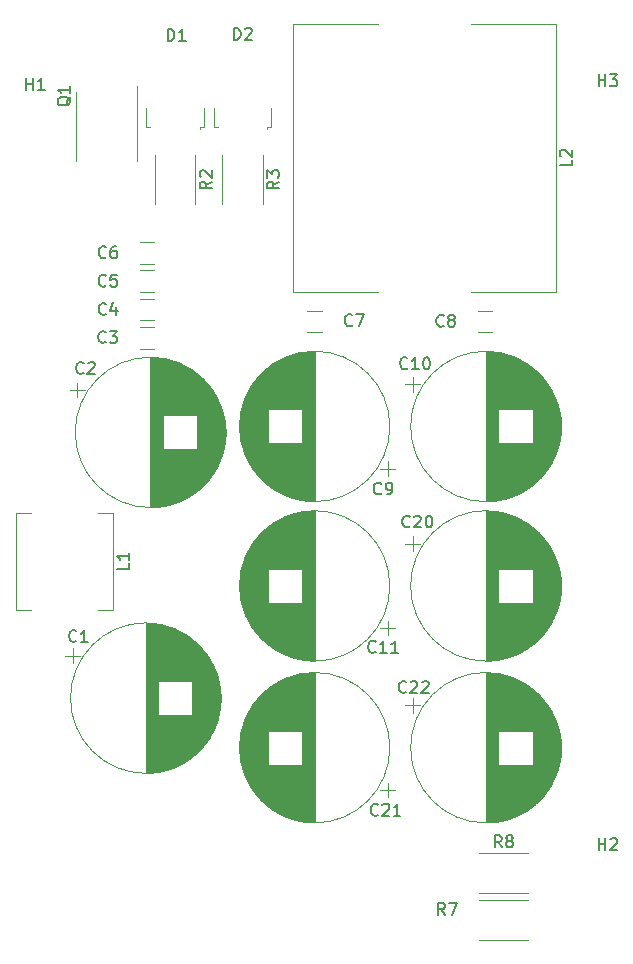
<source format=gbr>
G04 #@! TF.GenerationSoftware,KiCad,Pcbnew,(5.1.2)-2*
G04 #@! TF.CreationDate,2019-10-04T19:12:57-04:00*
G04 #@! TF.ProjectId,High_Current_Buck,48696768-5f43-4757-9272-656e745f4275,rev?*
G04 #@! TF.SameCoordinates,Original*
G04 #@! TF.FileFunction,Legend,Top*
G04 #@! TF.FilePolarity,Positive*
%FSLAX46Y46*%
G04 Gerber Fmt 4.6, Leading zero omitted, Abs format (unit mm)*
G04 Created by KiCad (PCBNEW (5.1.2)-2) date 2019-10-04 19:12:57*
%MOMM*%
%LPD*%
G04 APERTURE LIST*
%ADD10C,0.120000*%
%ADD11C,0.150000*%
G04 APERTURE END LIST*
D10*
X91147936Y-116410000D02*
X95252064Y-116410000D01*
X91147936Y-112990000D02*
X95252064Y-112990000D01*
X91147936Y-120410000D02*
X95252064Y-120410000D01*
X91147936Y-116990000D02*
X95252064Y-116990000D01*
X69390000Y-53947936D02*
X69390000Y-58052064D01*
X72810000Y-53947936D02*
X72810000Y-58052064D01*
X63690000Y-53947936D02*
X63690000Y-58052064D01*
X67110000Y-53947936D02*
X67110000Y-58052064D01*
X57035000Y-48570000D02*
X57035000Y-54460000D01*
X62175000Y-48115000D02*
X62175000Y-54460000D01*
X97600000Y-65500000D02*
X90400000Y-65500000D01*
X97600000Y-42800000D02*
X97600000Y-65500000D01*
X90400000Y-42800000D02*
X97600000Y-42800000D01*
X75400000Y-65500000D02*
X82600000Y-65500000D01*
X75400000Y-42800000D02*
X75400000Y-65500000D01*
X82600000Y-42800000D02*
X75400000Y-42800000D01*
X60100000Y-84220000D02*
X58839500Y-84220000D01*
X60100000Y-92420000D02*
X60100000Y-84220000D01*
X58839500Y-92420000D02*
X60100000Y-92420000D01*
X51900000Y-84220000D02*
X53160500Y-84220000D01*
X51900000Y-92420000D02*
X51900000Y-84220000D01*
X53160500Y-92420000D02*
X51900000Y-92420000D01*
X73200000Y-51740000D02*
X73200000Y-51540000D01*
X68650000Y-49940000D02*
X68650000Y-51540000D01*
X73550000Y-51540000D02*
X73550000Y-49940000D01*
X73200000Y-51540000D02*
X73550000Y-51540000D01*
X68650000Y-51540000D02*
X69000000Y-51540000D01*
X67500000Y-51740000D02*
X67500000Y-51540000D01*
X62950000Y-49940000D02*
X62950000Y-51540000D01*
X67850000Y-51540000D02*
X67850000Y-49940000D01*
X67500000Y-51540000D02*
X67850000Y-51540000D01*
X62950000Y-51540000D02*
X63300000Y-51540000D01*
X85507918Y-99900000D02*
X85507918Y-101150000D01*
X84882918Y-100525000D02*
X86132918Y-100525000D01*
X98061000Y-103783000D02*
X98061000Y-104417000D01*
X98021000Y-103343000D02*
X98021000Y-104857000D01*
X97981000Y-103072000D02*
X97981000Y-105128000D01*
X97941000Y-102859000D02*
X97941000Y-105341000D01*
X97901000Y-102678000D02*
X97901000Y-105522000D01*
X97861000Y-102517000D02*
X97861000Y-105683000D01*
X97821000Y-102372000D02*
X97821000Y-105828000D01*
X97781000Y-102239000D02*
X97781000Y-105961000D01*
X97741000Y-102116000D02*
X97741000Y-106084000D01*
X97701000Y-102000000D02*
X97701000Y-106200000D01*
X97661000Y-101891000D02*
X97661000Y-106309000D01*
X97621000Y-101788000D02*
X97621000Y-106412000D01*
X97581000Y-101690000D02*
X97581000Y-106510000D01*
X97541000Y-101596000D02*
X97541000Y-106604000D01*
X97501000Y-101506000D02*
X97501000Y-106694000D01*
X97461000Y-101419000D02*
X97461000Y-106781000D01*
X97421000Y-101336000D02*
X97421000Y-106864000D01*
X97381000Y-101256000D02*
X97381000Y-106944000D01*
X97341000Y-101179000D02*
X97341000Y-107021000D01*
X97301000Y-101104000D02*
X97301000Y-107096000D01*
X97261000Y-101031000D02*
X97261000Y-107169000D01*
X97221000Y-100960000D02*
X97221000Y-107240000D01*
X97181000Y-100892000D02*
X97181000Y-107308000D01*
X97141000Y-100825000D02*
X97141000Y-107375000D01*
X97101000Y-100761000D02*
X97101000Y-107439000D01*
X97061000Y-100698000D02*
X97061000Y-107502000D01*
X97021000Y-100636000D02*
X97021000Y-107564000D01*
X96981000Y-100576000D02*
X96981000Y-107624000D01*
X96941000Y-100517000D02*
X96941000Y-107683000D01*
X96901000Y-100460000D02*
X96901000Y-107740000D01*
X96861000Y-100404000D02*
X96861000Y-107796000D01*
X96821000Y-100350000D02*
X96821000Y-107850000D01*
X96781000Y-100296000D02*
X96781000Y-107904000D01*
X96741000Y-100244000D02*
X96741000Y-107956000D01*
X96701000Y-100193000D02*
X96701000Y-108007000D01*
X96661000Y-100143000D02*
X96661000Y-108057000D01*
X96621000Y-100093000D02*
X96621000Y-108107000D01*
X96581000Y-100045000D02*
X96581000Y-108155000D01*
X96541000Y-99998000D02*
X96541000Y-108202000D01*
X96501000Y-99952000D02*
X96501000Y-108248000D01*
X96461000Y-99906000D02*
X96461000Y-108294000D01*
X96421000Y-99862000D02*
X96421000Y-108338000D01*
X96381000Y-99818000D02*
X96381000Y-108382000D01*
X96341000Y-99775000D02*
X96341000Y-108425000D01*
X96301000Y-99733000D02*
X96301000Y-108467000D01*
X96261000Y-99692000D02*
X96261000Y-108508000D01*
X96221000Y-99651000D02*
X96221000Y-108549000D01*
X96181000Y-99611000D02*
X96181000Y-108589000D01*
X96141000Y-99572000D02*
X96141000Y-108628000D01*
X96101000Y-99533000D02*
X96101000Y-108667000D01*
X96061000Y-99495000D02*
X96061000Y-108705000D01*
X96021000Y-99458000D02*
X96021000Y-108742000D01*
X95981000Y-99422000D02*
X95981000Y-108778000D01*
X95941000Y-99386000D02*
X95941000Y-108814000D01*
X95901000Y-99350000D02*
X95901000Y-108850000D01*
X95861000Y-99315000D02*
X95861000Y-108885000D01*
X95821000Y-99281000D02*
X95821000Y-108919000D01*
X95781000Y-99248000D02*
X95781000Y-108952000D01*
X95741000Y-99215000D02*
X95741000Y-108985000D01*
X95701000Y-99182000D02*
X95701000Y-109018000D01*
X95661000Y-99150000D02*
X95661000Y-109050000D01*
X95621000Y-105540000D02*
X95621000Y-109082000D01*
X95621000Y-99118000D02*
X95621000Y-102660000D01*
X95581000Y-105540000D02*
X95581000Y-109112000D01*
X95581000Y-99088000D02*
X95581000Y-102660000D01*
X95541000Y-105540000D02*
X95541000Y-109143000D01*
X95541000Y-99057000D02*
X95541000Y-102660000D01*
X95501000Y-105540000D02*
X95501000Y-109173000D01*
X95501000Y-99027000D02*
X95501000Y-102660000D01*
X95461000Y-105540000D02*
X95461000Y-109202000D01*
X95461000Y-98998000D02*
X95461000Y-102660000D01*
X95421000Y-105540000D02*
X95421000Y-109231000D01*
X95421000Y-98969000D02*
X95421000Y-102660000D01*
X95381000Y-105540000D02*
X95381000Y-109260000D01*
X95381000Y-98940000D02*
X95381000Y-102660000D01*
X95341000Y-105540000D02*
X95341000Y-109288000D01*
X95341000Y-98912000D02*
X95341000Y-102660000D01*
X95301000Y-105540000D02*
X95301000Y-109316000D01*
X95301000Y-98884000D02*
X95301000Y-102660000D01*
X95261000Y-105540000D02*
X95261000Y-109343000D01*
X95261000Y-98857000D02*
X95261000Y-102660000D01*
X95221000Y-105540000D02*
X95221000Y-109370000D01*
X95221000Y-98830000D02*
X95221000Y-102660000D01*
X95181000Y-105540000D02*
X95181000Y-109396000D01*
X95181000Y-98804000D02*
X95181000Y-102660000D01*
X95141000Y-105540000D02*
X95141000Y-109422000D01*
X95141000Y-98778000D02*
X95141000Y-102660000D01*
X95101000Y-105540000D02*
X95101000Y-109447000D01*
X95101000Y-98753000D02*
X95101000Y-102660000D01*
X95061000Y-105540000D02*
X95061000Y-109472000D01*
X95061000Y-98728000D02*
X95061000Y-102660000D01*
X95021000Y-105540000D02*
X95021000Y-109497000D01*
X95021000Y-98703000D02*
X95021000Y-102660000D01*
X94981000Y-105540000D02*
X94981000Y-109521000D01*
X94981000Y-98679000D02*
X94981000Y-102660000D01*
X94941000Y-105540000D02*
X94941000Y-109545000D01*
X94941000Y-98655000D02*
X94941000Y-102660000D01*
X94901000Y-105540000D02*
X94901000Y-109568000D01*
X94901000Y-98632000D02*
X94901000Y-102660000D01*
X94861000Y-105540000D02*
X94861000Y-109591000D01*
X94861000Y-98609000D02*
X94861000Y-102660000D01*
X94821000Y-105540000D02*
X94821000Y-109614000D01*
X94821000Y-98586000D02*
X94821000Y-102660000D01*
X94781000Y-105540000D02*
X94781000Y-109636000D01*
X94781000Y-98564000D02*
X94781000Y-102660000D01*
X94741000Y-105540000D02*
X94741000Y-109658000D01*
X94741000Y-98542000D02*
X94741000Y-102660000D01*
X94701000Y-105540000D02*
X94701000Y-109680000D01*
X94701000Y-98520000D02*
X94701000Y-102660000D01*
X94661000Y-105540000D02*
X94661000Y-109701000D01*
X94661000Y-98499000D02*
X94661000Y-102660000D01*
X94621000Y-105540000D02*
X94621000Y-109722000D01*
X94621000Y-98478000D02*
X94621000Y-102660000D01*
X94581000Y-105540000D02*
X94581000Y-109742000D01*
X94581000Y-98458000D02*
X94581000Y-102660000D01*
X94541000Y-105540000D02*
X94541000Y-109762000D01*
X94541000Y-98438000D02*
X94541000Y-102660000D01*
X94501000Y-105540000D02*
X94501000Y-109782000D01*
X94501000Y-98418000D02*
X94501000Y-102660000D01*
X94461000Y-105540000D02*
X94461000Y-109802000D01*
X94461000Y-98398000D02*
X94461000Y-102660000D01*
X94421000Y-105540000D02*
X94421000Y-109821000D01*
X94421000Y-98379000D02*
X94421000Y-102660000D01*
X94381000Y-105540000D02*
X94381000Y-109839000D01*
X94381000Y-98361000D02*
X94381000Y-102660000D01*
X94341000Y-105540000D02*
X94341000Y-109858000D01*
X94341000Y-98342000D02*
X94341000Y-102660000D01*
X94301000Y-105540000D02*
X94301000Y-109876000D01*
X94301000Y-98324000D02*
X94301000Y-102660000D01*
X94261000Y-105540000D02*
X94261000Y-109893000D01*
X94261000Y-98307000D02*
X94261000Y-102660000D01*
X94221000Y-105540000D02*
X94221000Y-109911000D01*
X94221000Y-98289000D02*
X94221000Y-102660000D01*
X94181000Y-105540000D02*
X94181000Y-109928000D01*
X94181000Y-98272000D02*
X94181000Y-102660000D01*
X94141000Y-105540000D02*
X94141000Y-109945000D01*
X94141000Y-98255000D02*
X94141000Y-102660000D01*
X94101000Y-105540000D02*
X94101000Y-109961000D01*
X94101000Y-98239000D02*
X94101000Y-102660000D01*
X94061000Y-105540000D02*
X94061000Y-109977000D01*
X94061000Y-98223000D02*
X94061000Y-102660000D01*
X94021000Y-105540000D02*
X94021000Y-109993000D01*
X94021000Y-98207000D02*
X94021000Y-102660000D01*
X93981000Y-105540000D02*
X93981000Y-110008000D01*
X93981000Y-98192000D02*
X93981000Y-102660000D01*
X93941000Y-105540000D02*
X93941000Y-110024000D01*
X93941000Y-98176000D02*
X93941000Y-102660000D01*
X93901000Y-105540000D02*
X93901000Y-110039000D01*
X93901000Y-98161000D02*
X93901000Y-102660000D01*
X93861000Y-105540000D02*
X93861000Y-110053000D01*
X93861000Y-98147000D02*
X93861000Y-102660000D01*
X93821000Y-105540000D02*
X93821000Y-110067000D01*
X93821000Y-98133000D02*
X93821000Y-102660000D01*
X93781000Y-105540000D02*
X93781000Y-110081000D01*
X93781000Y-98119000D02*
X93781000Y-102660000D01*
X93741000Y-105540000D02*
X93741000Y-110095000D01*
X93741000Y-98105000D02*
X93741000Y-102660000D01*
X93701000Y-105540000D02*
X93701000Y-110108000D01*
X93701000Y-98092000D02*
X93701000Y-102660000D01*
X93661000Y-105540000D02*
X93661000Y-110121000D01*
X93661000Y-98079000D02*
X93661000Y-102660000D01*
X93621000Y-105540000D02*
X93621000Y-110134000D01*
X93621000Y-98066000D02*
X93621000Y-102660000D01*
X93581000Y-105540000D02*
X93581000Y-110147000D01*
X93581000Y-98053000D02*
X93581000Y-102660000D01*
X93541000Y-105540000D02*
X93541000Y-110159000D01*
X93541000Y-98041000D02*
X93541000Y-102660000D01*
X93501000Y-105540000D02*
X93501000Y-110171000D01*
X93501000Y-98029000D02*
X93501000Y-102660000D01*
X93461000Y-105540000D02*
X93461000Y-110183000D01*
X93461000Y-98017000D02*
X93461000Y-102660000D01*
X93421000Y-105540000D02*
X93421000Y-110194000D01*
X93421000Y-98006000D02*
X93421000Y-102660000D01*
X93381000Y-105540000D02*
X93381000Y-110205000D01*
X93381000Y-97995000D02*
X93381000Y-102660000D01*
X93341000Y-105540000D02*
X93341000Y-110216000D01*
X93341000Y-97984000D02*
X93341000Y-102660000D01*
X93301000Y-105540000D02*
X93301000Y-110226000D01*
X93301000Y-97974000D02*
X93301000Y-102660000D01*
X93261000Y-105540000D02*
X93261000Y-110237000D01*
X93261000Y-97963000D02*
X93261000Y-102660000D01*
X93221000Y-105540000D02*
X93221000Y-110246000D01*
X93221000Y-97954000D02*
X93221000Y-102660000D01*
X93181000Y-105540000D02*
X93181000Y-110256000D01*
X93181000Y-97944000D02*
X93181000Y-102660000D01*
X93141000Y-105540000D02*
X93141000Y-110266000D01*
X93141000Y-97934000D02*
X93141000Y-102660000D01*
X93101000Y-105540000D02*
X93101000Y-110275000D01*
X93101000Y-97925000D02*
X93101000Y-102660000D01*
X93061000Y-105540000D02*
X93061000Y-110284000D01*
X93061000Y-97916000D02*
X93061000Y-102660000D01*
X93021000Y-105540000D02*
X93021000Y-110292000D01*
X93021000Y-97908000D02*
X93021000Y-102660000D01*
X92981000Y-105540000D02*
X92981000Y-110301000D01*
X92981000Y-97899000D02*
X92981000Y-102660000D01*
X92941000Y-105540000D02*
X92941000Y-110309000D01*
X92941000Y-97891000D02*
X92941000Y-102660000D01*
X92901000Y-105540000D02*
X92901000Y-110316000D01*
X92901000Y-97884000D02*
X92901000Y-102660000D01*
X92861000Y-105540000D02*
X92861000Y-110324000D01*
X92861000Y-97876000D02*
X92861000Y-102660000D01*
X92821000Y-105540000D02*
X92821000Y-110331000D01*
X92821000Y-97869000D02*
X92821000Y-102660000D01*
X92781000Y-105540000D02*
X92781000Y-110338000D01*
X92781000Y-97862000D02*
X92781000Y-102660000D01*
X92741000Y-97855000D02*
X92741000Y-110345000D01*
X92701000Y-97848000D02*
X92701000Y-110352000D01*
X92661000Y-97842000D02*
X92661000Y-110358000D01*
X92621000Y-97836000D02*
X92621000Y-110364000D01*
X92581000Y-97831000D02*
X92581000Y-110369000D01*
X92541000Y-97825000D02*
X92541000Y-110375000D01*
X92501000Y-97820000D02*
X92501000Y-110380000D01*
X92461000Y-97815000D02*
X92461000Y-110385000D01*
X92421000Y-97810000D02*
X92421000Y-110390000D01*
X92380000Y-97806000D02*
X92380000Y-110394000D01*
X92340000Y-97802000D02*
X92340000Y-110398000D01*
X92300000Y-97798000D02*
X92300000Y-110402000D01*
X92260000Y-97794000D02*
X92260000Y-110406000D01*
X92220000Y-97791000D02*
X92220000Y-110409000D01*
X92180000Y-97788000D02*
X92180000Y-110412000D01*
X92140000Y-97785000D02*
X92140000Y-110415000D01*
X92100000Y-97782000D02*
X92100000Y-110418000D01*
X92060000Y-97780000D02*
X92060000Y-110420000D01*
X92020000Y-97778000D02*
X92020000Y-110422000D01*
X91980000Y-97776000D02*
X91980000Y-110424000D01*
X91940000Y-97774000D02*
X91940000Y-110426000D01*
X91900000Y-97773000D02*
X91900000Y-110427000D01*
X91860000Y-97772000D02*
X91860000Y-110428000D01*
X91820000Y-97771000D02*
X91820000Y-110429000D01*
X91780000Y-97770000D02*
X91780000Y-110430000D01*
X91740000Y-97770000D02*
X91740000Y-110430000D01*
X91700000Y-97770000D02*
X91700000Y-110430000D01*
X98070000Y-104100000D02*
G75*
G03X98070000Y-104100000I-6370000J0D01*
G01*
X83392082Y-108300000D02*
X83392082Y-107050000D01*
X84017082Y-107675000D02*
X82767082Y-107675000D01*
X70839000Y-104417000D02*
X70839000Y-103783000D01*
X70879000Y-104857000D02*
X70879000Y-103343000D01*
X70919000Y-105128000D02*
X70919000Y-103072000D01*
X70959000Y-105341000D02*
X70959000Y-102859000D01*
X70999000Y-105522000D02*
X70999000Y-102678000D01*
X71039000Y-105683000D02*
X71039000Y-102517000D01*
X71079000Y-105828000D02*
X71079000Y-102372000D01*
X71119000Y-105961000D02*
X71119000Y-102239000D01*
X71159000Y-106084000D02*
X71159000Y-102116000D01*
X71199000Y-106200000D02*
X71199000Y-102000000D01*
X71239000Y-106309000D02*
X71239000Y-101891000D01*
X71279000Y-106412000D02*
X71279000Y-101788000D01*
X71319000Y-106510000D02*
X71319000Y-101690000D01*
X71359000Y-106604000D02*
X71359000Y-101596000D01*
X71399000Y-106694000D02*
X71399000Y-101506000D01*
X71439000Y-106781000D02*
X71439000Y-101419000D01*
X71479000Y-106864000D02*
X71479000Y-101336000D01*
X71519000Y-106944000D02*
X71519000Y-101256000D01*
X71559000Y-107021000D02*
X71559000Y-101179000D01*
X71599000Y-107096000D02*
X71599000Y-101104000D01*
X71639000Y-107169000D02*
X71639000Y-101031000D01*
X71679000Y-107240000D02*
X71679000Y-100960000D01*
X71719000Y-107308000D02*
X71719000Y-100892000D01*
X71759000Y-107375000D02*
X71759000Y-100825000D01*
X71799000Y-107439000D02*
X71799000Y-100761000D01*
X71839000Y-107502000D02*
X71839000Y-100698000D01*
X71879000Y-107564000D02*
X71879000Y-100636000D01*
X71919000Y-107624000D02*
X71919000Y-100576000D01*
X71959000Y-107683000D02*
X71959000Y-100517000D01*
X71999000Y-107740000D02*
X71999000Y-100460000D01*
X72039000Y-107796000D02*
X72039000Y-100404000D01*
X72079000Y-107850000D02*
X72079000Y-100350000D01*
X72119000Y-107904000D02*
X72119000Y-100296000D01*
X72159000Y-107956000D02*
X72159000Y-100244000D01*
X72199000Y-108007000D02*
X72199000Y-100193000D01*
X72239000Y-108057000D02*
X72239000Y-100143000D01*
X72279000Y-108107000D02*
X72279000Y-100093000D01*
X72319000Y-108155000D02*
X72319000Y-100045000D01*
X72359000Y-108202000D02*
X72359000Y-99998000D01*
X72399000Y-108248000D02*
X72399000Y-99952000D01*
X72439000Y-108294000D02*
X72439000Y-99906000D01*
X72479000Y-108338000D02*
X72479000Y-99862000D01*
X72519000Y-108382000D02*
X72519000Y-99818000D01*
X72559000Y-108425000D02*
X72559000Y-99775000D01*
X72599000Y-108467000D02*
X72599000Y-99733000D01*
X72639000Y-108508000D02*
X72639000Y-99692000D01*
X72679000Y-108549000D02*
X72679000Y-99651000D01*
X72719000Y-108589000D02*
X72719000Y-99611000D01*
X72759000Y-108628000D02*
X72759000Y-99572000D01*
X72799000Y-108667000D02*
X72799000Y-99533000D01*
X72839000Y-108705000D02*
X72839000Y-99495000D01*
X72879000Y-108742000D02*
X72879000Y-99458000D01*
X72919000Y-108778000D02*
X72919000Y-99422000D01*
X72959000Y-108814000D02*
X72959000Y-99386000D01*
X72999000Y-108850000D02*
X72999000Y-99350000D01*
X73039000Y-108885000D02*
X73039000Y-99315000D01*
X73079000Y-108919000D02*
X73079000Y-99281000D01*
X73119000Y-108952000D02*
X73119000Y-99248000D01*
X73159000Y-108985000D02*
X73159000Y-99215000D01*
X73199000Y-109018000D02*
X73199000Y-99182000D01*
X73239000Y-109050000D02*
X73239000Y-99150000D01*
X73279000Y-102660000D02*
X73279000Y-99118000D01*
X73279000Y-109082000D02*
X73279000Y-105540000D01*
X73319000Y-102660000D02*
X73319000Y-99088000D01*
X73319000Y-109112000D02*
X73319000Y-105540000D01*
X73359000Y-102660000D02*
X73359000Y-99057000D01*
X73359000Y-109143000D02*
X73359000Y-105540000D01*
X73399000Y-102660000D02*
X73399000Y-99027000D01*
X73399000Y-109173000D02*
X73399000Y-105540000D01*
X73439000Y-102660000D02*
X73439000Y-98998000D01*
X73439000Y-109202000D02*
X73439000Y-105540000D01*
X73479000Y-102660000D02*
X73479000Y-98969000D01*
X73479000Y-109231000D02*
X73479000Y-105540000D01*
X73519000Y-102660000D02*
X73519000Y-98940000D01*
X73519000Y-109260000D02*
X73519000Y-105540000D01*
X73559000Y-102660000D02*
X73559000Y-98912000D01*
X73559000Y-109288000D02*
X73559000Y-105540000D01*
X73599000Y-102660000D02*
X73599000Y-98884000D01*
X73599000Y-109316000D02*
X73599000Y-105540000D01*
X73639000Y-102660000D02*
X73639000Y-98857000D01*
X73639000Y-109343000D02*
X73639000Y-105540000D01*
X73679000Y-102660000D02*
X73679000Y-98830000D01*
X73679000Y-109370000D02*
X73679000Y-105540000D01*
X73719000Y-102660000D02*
X73719000Y-98804000D01*
X73719000Y-109396000D02*
X73719000Y-105540000D01*
X73759000Y-102660000D02*
X73759000Y-98778000D01*
X73759000Y-109422000D02*
X73759000Y-105540000D01*
X73799000Y-102660000D02*
X73799000Y-98753000D01*
X73799000Y-109447000D02*
X73799000Y-105540000D01*
X73839000Y-102660000D02*
X73839000Y-98728000D01*
X73839000Y-109472000D02*
X73839000Y-105540000D01*
X73879000Y-102660000D02*
X73879000Y-98703000D01*
X73879000Y-109497000D02*
X73879000Y-105540000D01*
X73919000Y-102660000D02*
X73919000Y-98679000D01*
X73919000Y-109521000D02*
X73919000Y-105540000D01*
X73959000Y-102660000D02*
X73959000Y-98655000D01*
X73959000Y-109545000D02*
X73959000Y-105540000D01*
X73999000Y-102660000D02*
X73999000Y-98632000D01*
X73999000Y-109568000D02*
X73999000Y-105540000D01*
X74039000Y-102660000D02*
X74039000Y-98609000D01*
X74039000Y-109591000D02*
X74039000Y-105540000D01*
X74079000Y-102660000D02*
X74079000Y-98586000D01*
X74079000Y-109614000D02*
X74079000Y-105540000D01*
X74119000Y-102660000D02*
X74119000Y-98564000D01*
X74119000Y-109636000D02*
X74119000Y-105540000D01*
X74159000Y-102660000D02*
X74159000Y-98542000D01*
X74159000Y-109658000D02*
X74159000Y-105540000D01*
X74199000Y-102660000D02*
X74199000Y-98520000D01*
X74199000Y-109680000D02*
X74199000Y-105540000D01*
X74239000Y-102660000D02*
X74239000Y-98499000D01*
X74239000Y-109701000D02*
X74239000Y-105540000D01*
X74279000Y-102660000D02*
X74279000Y-98478000D01*
X74279000Y-109722000D02*
X74279000Y-105540000D01*
X74319000Y-102660000D02*
X74319000Y-98458000D01*
X74319000Y-109742000D02*
X74319000Y-105540000D01*
X74359000Y-102660000D02*
X74359000Y-98438000D01*
X74359000Y-109762000D02*
X74359000Y-105540000D01*
X74399000Y-102660000D02*
X74399000Y-98418000D01*
X74399000Y-109782000D02*
X74399000Y-105540000D01*
X74439000Y-102660000D02*
X74439000Y-98398000D01*
X74439000Y-109802000D02*
X74439000Y-105540000D01*
X74479000Y-102660000D02*
X74479000Y-98379000D01*
X74479000Y-109821000D02*
X74479000Y-105540000D01*
X74519000Y-102660000D02*
X74519000Y-98361000D01*
X74519000Y-109839000D02*
X74519000Y-105540000D01*
X74559000Y-102660000D02*
X74559000Y-98342000D01*
X74559000Y-109858000D02*
X74559000Y-105540000D01*
X74599000Y-102660000D02*
X74599000Y-98324000D01*
X74599000Y-109876000D02*
X74599000Y-105540000D01*
X74639000Y-102660000D02*
X74639000Y-98307000D01*
X74639000Y-109893000D02*
X74639000Y-105540000D01*
X74679000Y-102660000D02*
X74679000Y-98289000D01*
X74679000Y-109911000D02*
X74679000Y-105540000D01*
X74719000Y-102660000D02*
X74719000Y-98272000D01*
X74719000Y-109928000D02*
X74719000Y-105540000D01*
X74759000Y-102660000D02*
X74759000Y-98255000D01*
X74759000Y-109945000D02*
X74759000Y-105540000D01*
X74799000Y-102660000D02*
X74799000Y-98239000D01*
X74799000Y-109961000D02*
X74799000Y-105540000D01*
X74839000Y-102660000D02*
X74839000Y-98223000D01*
X74839000Y-109977000D02*
X74839000Y-105540000D01*
X74879000Y-102660000D02*
X74879000Y-98207000D01*
X74879000Y-109993000D02*
X74879000Y-105540000D01*
X74919000Y-102660000D02*
X74919000Y-98192000D01*
X74919000Y-110008000D02*
X74919000Y-105540000D01*
X74959000Y-102660000D02*
X74959000Y-98176000D01*
X74959000Y-110024000D02*
X74959000Y-105540000D01*
X74999000Y-102660000D02*
X74999000Y-98161000D01*
X74999000Y-110039000D02*
X74999000Y-105540000D01*
X75039000Y-102660000D02*
X75039000Y-98147000D01*
X75039000Y-110053000D02*
X75039000Y-105540000D01*
X75079000Y-102660000D02*
X75079000Y-98133000D01*
X75079000Y-110067000D02*
X75079000Y-105540000D01*
X75119000Y-102660000D02*
X75119000Y-98119000D01*
X75119000Y-110081000D02*
X75119000Y-105540000D01*
X75159000Y-102660000D02*
X75159000Y-98105000D01*
X75159000Y-110095000D02*
X75159000Y-105540000D01*
X75199000Y-102660000D02*
X75199000Y-98092000D01*
X75199000Y-110108000D02*
X75199000Y-105540000D01*
X75239000Y-102660000D02*
X75239000Y-98079000D01*
X75239000Y-110121000D02*
X75239000Y-105540000D01*
X75279000Y-102660000D02*
X75279000Y-98066000D01*
X75279000Y-110134000D02*
X75279000Y-105540000D01*
X75319000Y-102660000D02*
X75319000Y-98053000D01*
X75319000Y-110147000D02*
X75319000Y-105540000D01*
X75359000Y-102660000D02*
X75359000Y-98041000D01*
X75359000Y-110159000D02*
X75359000Y-105540000D01*
X75399000Y-102660000D02*
X75399000Y-98029000D01*
X75399000Y-110171000D02*
X75399000Y-105540000D01*
X75439000Y-102660000D02*
X75439000Y-98017000D01*
X75439000Y-110183000D02*
X75439000Y-105540000D01*
X75479000Y-102660000D02*
X75479000Y-98006000D01*
X75479000Y-110194000D02*
X75479000Y-105540000D01*
X75519000Y-102660000D02*
X75519000Y-97995000D01*
X75519000Y-110205000D02*
X75519000Y-105540000D01*
X75559000Y-102660000D02*
X75559000Y-97984000D01*
X75559000Y-110216000D02*
X75559000Y-105540000D01*
X75599000Y-102660000D02*
X75599000Y-97974000D01*
X75599000Y-110226000D02*
X75599000Y-105540000D01*
X75639000Y-102660000D02*
X75639000Y-97963000D01*
X75639000Y-110237000D02*
X75639000Y-105540000D01*
X75679000Y-102660000D02*
X75679000Y-97954000D01*
X75679000Y-110246000D02*
X75679000Y-105540000D01*
X75719000Y-102660000D02*
X75719000Y-97944000D01*
X75719000Y-110256000D02*
X75719000Y-105540000D01*
X75759000Y-102660000D02*
X75759000Y-97934000D01*
X75759000Y-110266000D02*
X75759000Y-105540000D01*
X75799000Y-102660000D02*
X75799000Y-97925000D01*
X75799000Y-110275000D02*
X75799000Y-105540000D01*
X75839000Y-102660000D02*
X75839000Y-97916000D01*
X75839000Y-110284000D02*
X75839000Y-105540000D01*
X75879000Y-102660000D02*
X75879000Y-97908000D01*
X75879000Y-110292000D02*
X75879000Y-105540000D01*
X75919000Y-102660000D02*
X75919000Y-97899000D01*
X75919000Y-110301000D02*
X75919000Y-105540000D01*
X75959000Y-102660000D02*
X75959000Y-97891000D01*
X75959000Y-110309000D02*
X75959000Y-105540000D01*
X75999000Y-102660000D02*
X75999000Y-97884000D01*
X75999000Y-110316000D02*
X75999000Y-105540000D01*
X76039000Y-102660000D02*
X76039000Y-97876000D01*
X76039000Y-110324000D02*
X76039000Y-105540000D01*
X76079000Y-102660000D02*
X76079000Y-97869000D01*
X76079000Y-110331000D02*
X76079000Y-105540000D01*
X76119000Y-102660000D02*
X76119000Y-97862000D01*
X76119000Y-110338000D02*
X76119000Y-105540000D01*
X76159000Y-110345000D02*
X76159000Y-97855000D01*
X76199000Y-110352000D02*
X76199000Y-97848000D01*
X76239000Y-110358000D02*
X76239000Y-97842000D01*
X76279000Y-110364000D02*
X76279000Y-97836000D01*
X76319000Y-110369000D02*
X76319000Y-97831000D01*
X76359000Y-110375000D02*
X76359000Y-97825000D01*
X76399000Y-110380000D02*
X76399000Y-97820000D01*
X76439000Y-110385000D02*
X76439000Y-97815000D01*
X76479000Y-110390000D02*
X76479000Y-97810000D01*
X76520000Y-110394000D02*
X76520000Y-97806000D01*
X76560000Y-110398000D02*
X76560000Y-97802000D01*
X76600000Y-110402000D02*
X76600000Y-97798000D01*
X76640000Y-110406000D02*
X76640000Y-97794000D01*
X76680000Y-110409000D02*
X76680000Y-97791000D01*
X76720000Y-110412000D02*
X76720000Y-97788000D01*
X76760000Y-110415000D02*
X76760000Y-97785000D01*
X76800000Y-110418000D02*
X76800000Y-97782000D01*
X76840000Y-110420000D02*
X76840000Y-97780000D01*
X76880000Y-110422000D02*
X76880000Y-97778000D01*
X76920000Y-110424000D02*
X76920000Y-97776000D01*
X76960000Y-110426000D02*
X76960000Y-97774000D01*
X77000000Y-110427000D02*
X77000000Y-97773000D01*
X77040000Y-110428000D02*
X77040000Y-97772000D01*
X77080000Y-110429000D02*
X77080000Y-97771000D01*
X77120000Y-110430000D02*
X77120000Y-97770000D01*
X77160000Y-110430000D02*
X77160000Y-97770000D01*
X77200000Y-110430000D02*
X77200000Y-97770000D01*
X83570000Y-104100000D02*
G75*
G03X83570000Y-104100000I-6370000J0D01*
G01*
X85507918Y-86200000D02*
X85507918Y-87450000D01*
X84882918Y-86825000D02*
X86132918Y-86825000D01*
X98061000Y-90083000D02*
X98061000Y-90717000D01*
X98021000Y-89643000D02*
X98021000Y-91157000D01*
X97981000Y-89372000D02*
X97981000Y-91428000D01*
X97941000Y-89159000D02*
X97941000Y-91641000D01*
X97901000Y-88978000D02*
X97901000Y-91822000D01*
X97861000Y-88817000D02*
X97861000Y-91983000D01*
X97821000Y-88672000D02*
X97821000Y-92128000D01*
X97781000Y-88539000D02*
X97781000Y-92261000D01*
X97741000Y-88416000D02*
X97741000Y-92384000D01*
X97701000Y-88300000D02*
X97701000Y-92500000D01*
X97661000Y-88191000D02*
X97661000Y-92609000D01*
X97621000Y-88088000D02*
X97621000Y-92712000D01*
X97581000Y-87990000D02*
X97581000Y-92810000D01*
X97541000Y-87896000D02*
X97541000Y-92904000D01*
X97501000Y-87806000D02*
X97501000Y-92994000D01*
X97461000Y-87719000D02*
X97461000Y-93081000D01*
X97421000Y-87636000D02*
X97421000Y-93164000D01*
X97381000Y-87556000D02*
X97381000Y-93244000D01*
X97341000Y-87479000D02*
X97341000Y-93321000D01*
X97301000Y-87404000D02*
X97301000Y-93396000D01*
X97261000Y-87331000D02*
X97261000Y-93469000D01*
X97221000Y-87260000D02*
X97221000Y-93540000D01*
X97181000Y-87192000D02*
X97181000Y-93608000D01*
X97141000Y-87125000D02*
X97141000Y-93675000D01*
X97101000Y-87061000D02*
X97101000Y-93739000D01*
X97061000Y-86998000D02*
X97061000Y-93802000D01*
X97021000Y-86936000D02*
X97021000Y-93864000D01*
X96981000Y-86876000D02*
X96981000Y-93924000D01*
X96941000Y-86817000D02*
X96941000Y-93983000D01*
X96901000Y-86760000D02*
X96901000Y-94040000D01*
X96861000Y-86704000D02*
X96861000Y-94096000D01*
X96821000Y-86650000D02*
X96821000Y-94150000D01*
X96781000Y-86596000D02*
X96781000Y-94204000D01*
X96741000Y-86544000D02*
X96741000Y-94256000D01*
X96701000Y-86493000D02*
X96701000Y-94307000D01*
X96661000Y-86443000D02*
X96661000Y-94357000D01*
X96621000Y-86393000D02*
X96621000Y-94407000D01*
X96581000Y-86345000D02*
X96581000Y-94455000D01*
X96541000Y-86298000D02*
X96541000Y-94502000D01*
X96501000Y-86252000D02*
X96501000Y-94548000D01*
X96461000Y-86206000D02*
X96461000Y-94594000D01*
X96421000Y-86162000D02*
X96421000Y-94638000D01*
X96381000Y-86118000D02*
X96381000Y-94682000D01*
X96341000Y-86075000D02*
X96341000Y-94725000D01*
X96301000Y-86033000D02*
X96301000Y-94767000D01*
X96261000Y-85992000D02*
X96261000Y-94808000D01*
X96221000Y-85951000D02*
X96221000Y-94849000D01*
X96181000Y-85911000D02*
X96181000Y-94889000D01*
X96141000Y-85872000D02*
X96141000Y-94928000D01*
X96101000Y-85833000D02*
X96101000Y-94967000D01*
X96061000Y-85795000D02*
X96061000Y-95005000D01*
X96021000Y-85758000D02*
X96021000Y-95042000D01*
X95981000Y-85722000D02*
X95981000Y-95078000D01*
X95941000Y-85686000D02*
X95941000Y-95114000D01*
X95901000Y-85650000D02*
X95901000Y-95150000D01*
X95861000Y-85615000D02*
X95861000Y-95185000D01*
X95821000Y-85581000D02*
X95821000Y-95219000D01*
X95781000Y-85548000D02*
X95781000Y-95252000D01*
X95741000Y-85515000D02*
X95741000Y-95285000D01*
X95701000Y-85482000D02*
X95701000Y-95318000D01*
X95661000Y-85450000D02*
X95661000Y-95350000D01*
X95621000Y-91840000D02*
X95621000Y-95382000D01*
X95621000Y-85418000D02*
X95621000Y-88960000D01*
X95581000Y-91840000D02*
X95581000Y-95412000D01*
X95581000Y-85388000D02*
X95581000Y-88960000D01*
X95541000Y-91840000D02*
X95541000Y-95443000D01*
X95541000Y-85357000D02*
X95541000Y-88960000D01*
X95501000Y-91840000D02*
X95501000Y-95473000D01*
X95501000Y-85327000D02*
X95501000Y-88960000D01*
X95461000Y-91840000D02*
X95461000Y-95502000D01*
X95461000Y-85298000D02*
X95461000Y-88960000D01*
X95421000Y-91840000D02*
X95421000Y-95531000D01*
X95421000Y-85269000D02*
X95421000Y-88960000D01*
X95381000Y-91840000D02*
X95381000Y-95560000D01*
X95381000Y-85240000D02*
X95381000Y-88960000D01*
X95341000Y-91840000D02*
X95341000Y-95588000D01*
X95341000Y-85212000D02*
X95341000Y-88960000D01*
X95301000Y-91840000D02*
X95301000Y-95616000D01*
X95301000Y-85184000D02*
X95301000Y-88960000D01*
X95261000Y-91840000D02*
X95261000Y-95643000D01*
X95261000Y-85157000D02*
X95261000Y-88960000D01*
X95221000Y-91840000D02*
X95221000Y-95670000D01*
X95221000Y-85130000D02*
X95221000Y-88960000D01*
X95181000Y-91840000D02*
X95181000Y-95696000D01*
X95181000Y-85104000D02*
X95181000Y-88960000D01*
X95141000Y-91840000D02*
X95141000Y-95722000D01*
X95141000Y-85078000D02*
X95141000Y-88960000D01*
X95101000Y-91840000D02*
X95101000Y-95747000D01*
X95101000Y-85053000D02*
X95101000Y-88960000D01*
X95061000Y-91840000D02*
X95061000Y-95772000D01*
X95061000Y-85028000D02*
X95061000Y-88960000D01*
X95021000Y-91840000D02*
X95021000Y-95797000D01*
X95021000Y-85003000D02*
X95021000Y-88960000D01*
X94981000Y-91840000D02*
X94981000Y-95821000D01*
X94981000Y-84979000D02*
X94981000Y-88960000D01*
X94941000Y-91840000D02*
X94941000Y-95845000D01*
X94941000Y-84955000D02*
X94941000Y-88960000D01*
X94901000Y-91840000D02*
X94901000Y-95868000D01*
X94901000Y-84932000D02*
X94901000Y-88960000D01*
X94861000Y-91840000D02*
X94861000Y-95891000D01*
X94861000Y-84909000D02*
X94861000Y-88960000D01*
X94821000Y-91840000D02*
X94821000Y-95914000D01*
X94821000Y-84886000D02*
X94821000Y-88960000D01*
X94781000Y-91840000D02*
X94781000Y-95936000D01*
X94781000Y-84864000D02*
X94781000Y-88960000D01*
X94741000Y-91840000D02*
X94741000Y-95958000D01*
X94741000Y-84842000D02*
X94741000Y-88960000D01*
X94701000Y-91840000D02*
X94701000Y-95980000D01*
X94701000Y-84820000D02*
X94701000Y-88960000D01*
X94661000Y-91840000D02*
X94661000Y-96001000D01*
X94661000Y-84799000D02*
X94661000Y-88960000D01*
X94621000Y-91840000D02*
X94621000Y-96022000D01*
X94621000Y-84778000D02*
X94621000Y-88960000D01*
X94581000Y-91840000D02*
X94581000Y-96042000D01*
X94581000Y-84758000D02*
X94581000Y-88960000D01*
X94541000Y-91840000D02*
X94541000Y-96062000D01*
X94541000Y-84738000D02*
X94541000Y-88960000D01*
X94501000Y-91840000D02*
X94501000Y-96082000D01*
X94501000Y-84718000D02*
X94501000Y-88960000D01*
X94461000Y-91840000D02*
X94461000Y-96102000D01*
X94461000Y-84698000D02*
X94461000Y-88960000D01*
X94421000Y-91840000D02*
X94421000Y-96121000D01*
X94421000Y-84679000D02*
X94421000Y-88960000D01*
X94381000Y-91840000D02*
X94381000Y-96139000D01*
X94381000Y-84661000D02*
X94381000Y-88960000D01*
X94341000Y-91840000D02*
X94341000Y-96158000D01*
X94341000Y-84642000D02*
X94341000Y-88960000D01*
X94301000Y-91840000D02*
X94301000Y-96176000D01*
X94301000Y-84624000D02*
X94301000Y-88960000D01*
X94261000Y-91840000D02*
X94261000Y-96193000D01*
X94261000Y-84607000D02*
X94261000Y-88960000D01*
X94221000Y-91840000D02*
X94221000Y-96211000D01*
X94221000Y-84589000D02*
X94221000Y-88960000D01*
X94181000Y-91840000D02*
X94181000Y-96228000D01*
X94181000Y-84572000D02*
X94181000Y-88960000D01*
X94141000Y-91840000D02*
X94141000Y-96245000D01*
X94141000Y-84555000D02*
X94141000Y-88960000D01*
X94101000Y-91840000D02*
X94101000Y-96261000D01*
X94101000Y-84539000D02*
X94101000Y-88960000D01*
X94061000Y-91840000D02*
X94061000Y-96277000D01*
X94061000Y-84523000D02*
X94061000Y-88960000D01*
X94021000Y-91840000D02*
X94021000Y-96293000D01*
X94021000Y-84507000D02*
X94021000Y-88960000D01*
X93981000Y-91840000D02*
X93981000Y-96308000D01*
X93981000Y-84492000D02*
X93981000Y-88960000D01*
X93941000Y-91840000D02*
X93941000Y-96324000D01*
X93941000Y-84476000D02*
X93941000Y-88960000D01*
X93901000Y-91840000D02*
X93901000Y-96339000D01*
X93901000Y-84461000D02*
X93901000Y-88960000D01*
X93861000Y-91840000D02*
X93861000Y-96353000D01*
X93861000Y-84447000D02*
X93861000Y-88960000D01*
X93821000Y-91840000D02*
X93821000Y-96367000D01*
X93821000Y-84433000D02*
X93821000Y-88960000D01*
X93781000Y-91840000D02*
X93781000Y-96381000D01*
X93781000Y-84419000D02*
X93781000Y-88960000D01*
X93741000Y-91840000D02*
X93741000Y-96395000D01*
X93741000Y-84405000D02*
X93741000Y-88960000D01*
X93701000Y-91840000D02*
X93701000Y-96408000D01*
X93701000Y-84392000D02*
X93701000Y-88960000D01*
X93661000Y-91840000D02*
X93661000Y-96421000D01*
X93661000Y-84379000D02*
X93661000Y-88960000D01*
X93621000Y-91840000D02*
X93621000Y-96434000D01*
X93621000Y-84366000D02*
X93621000Y-88960000D01*
X93581000Y-91840000D02*
X93581000Y-96447000D01*
X93581000Y-84353000D02*
X93581000Y-88960000D01*
X93541000Y-91840000D02*
X93541000Y-96459000D01*
X93541000Y-84341000D02*
X93541000Y-88960000D01*
X93501000Y-91840000D02*
X93501000Y-96471000D01*
X93501000Y-84329000D02*
X93501000Y-88960000D01*
X93461000Y-91840000D02*
X93461000Y-96483000D01*
X93461000Y-84317000D02*
X93461000Y-88960000D01*
X93421000Y-91840000D02*
X93421000Y-96494000D01*
X93421000Y-84306000D02*
X93421000Y-88960000D01*
X93381000Y-91840000D02*
X93381000Y-96505000D01*
X93381000Y-84295000D02*
X93381000Y-88960000D01*
X93341000Y-91840000D02*
X93341000Y-96516000D01*
X93341000Y-84284000D02*
X93341000Y-88960000D01*
X93301000Y-91840000D02*
X93301000Y-96526000D01*
X93301000Y-84274000D02*
X93301000Y-88960000D01*
X93261000Y-91840000D02*
X93261000Y-96537000D01*
X93261000Y-84263000D02*
X93261000Y-88960000D01*
X93221000Y-91840000D02*
X93221000Y-96546000D01*
X93221000Y-84254000D02*
X93221000Y-88960000D01*
X93181000Y-91840000D02*
X93181000Y-96556000D01*
X93181000Y-84244000D02*
X93181000Y-88960000D01*
X93141000Y-91840000D02*
X93141000Y-96566000D01*
X93141000Y-84234000D02*
X93141000Y-88960000D01*
X93101000Y-91840000D02*
X93101000Y-96575000D01*
X93101000Y-84225000D02*
X93101000Y-88960000D01*
X93061000Y-91840000D02*
X93061000Y-96584000D01*
X93061000Y-84216000D02*
X93061000Y-88960000D01*
X93021000Y-91840000D02*
X93021000Y-96592000D01*
X93021000Y-84208000D02*
X93021000Y-88960000D01*
X92981000Y-91840000D02*
X92981000Y-96601000D01*
X92981000Y-84199000D02*
X92981000Y-88960000D01*
X92941000Y-91840000D02*
X92941000Y-96609000D01*
X92941000Y-84191000D02*
X92941000Y-88960000D01*
X92901000Y-91840000D02*
X92901000Y-96616000D01*
X92901000Y-84184000D02*
X92901000Y-88960000D01*
X92861000Y-91840000D02*
X92861000Y-96624000D01*
X92861000Y-84176000D02*
X92861000Y-88960000D01*
X92821000Y-91840000D02*
X92821000Y-96631000D01*
X92821000Y-84169000D02*
X92821000Y-88960000D01*
X92781000Y-91840000D02*
X92781000Y-96638000D01*
X92781000Y-84162000D02*
X92781000Y-88960000D01*
X92741000Y-84155000D02*
X92741000Y-96645000D01*
X92701000Y-84148000D02*
X92701000Y-96652000D01*
X92661000Y-84142000D02*
X92661000Y-96658000D01*
X92621000Y-84136000D02*
X92621000Y-96664000D01*
X92581000Y-84131000D02*
X92581000Y-96669000D01*
X92541000Y-84125000D02*
X92541000Y-96675000D01*
X92501000Y-84120000D02*
X92501000Y-96680000D01*
X92461000Y-84115000D02*
X92461000Y-96685000D01*
X92421000Y-84110000D02*
X92421000Y-96690000D01*
X92380000Y-84106000D02*
X92380000Y-96694000D01*
X92340000Y-84102000D02*
X92340000Y-96698000D01*
X92300000Y-84098000D02*
X92300000Y-96702000D01*
X92260000Y-84094000D02*
X92260000Y-96706000D01*
X92220000Y-84091000D02*
X92220000Y-96709000D01*
X92180000Y-84088000D02*
X92180000Y-96712000D01*
X92140000Y-84085000D02*
X92140000Y-96715000D01*
X92100000Y-84082000D02*
X92100000Y-96718000D01*
X92060000Y-84080000D02*
X92060000Y-96720000D01*
X92020000Y-84078000D02*
X92020000Y-96722000D01*
X91980000Y-84076000D02*
X91980000Y-96724000D01*
X91940000Y-84074000D02*
X91940000Y-96726000D01*
X91900000Y-84073000D02*
X91900000Y-96727000D01*
X91860000Y-84072000D02*
X91860000Y-96728000D01*
X91820000Y-84071000D02*
X91820000Y-96729000D01*
X91780000Y-84070000D02*
X91780000Y-96730000D01*
X91740000Y-84070000D02*
X91740000Y-96730000D01*
X91700000Y-84070000D02*
X91700000Y-96730000D01*
X98070000Y-90400000D02*
G75*
G03X98070000Y-90400000I-6370000J0D01*
G01*
X83392082Y-94600000D02*
X83392082Y-93350000D01*
X84017082Y-93975000D02*
X82767082Y-93975000D01*
X70839000Y-90717000D02*
X70839000Y-90083000D01*
X70879000Y-91157000D02*
X70879000Y-89643000D01*
X70919000Y-91428000D02*
X70919000Y-89372000D01*
X70959000Y-91641000D02*
X70959000Y-89159000D01*
X70999000Y-91822000D02*
X70999000Y-88978000D01*
X71039000Y-91983000D02*
X71039000Y-88817000D01*
X71079000Y-92128000D02*
X71079000Y-88672000D01*
X71119000Y-92261000D02*
X71119000Y-88539000D01*
X71159000Y-92384000D02*
X71159000Y-88416000D01*
X71199000Y-92500000D02*
X71199000Y-88300000D01*
X71239000Y-92609000D02*
X71239000Y-88191000D01*
X71279000Y-92712000D02*
X71279000Y-88088000D01*
X71319000Y-92810000D02*
X71319000Y-87990000D01*
X71359000Y-92904000D02*
X71359000Y-87896000D01*
X71399000Y-92994000D02*
X71399000Y-87806000D01*
X71439000Y-93081000D02*
X71439000Y-87719000D01*
X71479000Y-93164000D02*
X71479000Y-87636000D01*
X71519000Y-93244000D02*
X71519000Y-87556000D01*
X71559000Y-93321000D02*
X71559000Y-87479000D01*
X71599000Y-93396000D02*
X71599000Y-87404000D01*
X71639000Y-93469000D02*
X71639000Y-87331000D01*
X71679000Y-93540000D02*
X71679000Y-87260000D01*
X71719000Y-93608000D02*
X71719000Y-87192000D01*
X71759000Y-93675000D02*
X71759000Y-87125000D01*
X71799000Y-93739000D02*
X71799000Y-87061000D01*
X71839000Y-93802000D02*
X71839000Y-86998000D01*
X71879000Y-93864000D02*
X71879000Y-86936000D01*
X71919000Y-93924000D02*
X71919000Y-86876000D01*
X71959000Y-93983000D02*
X71959000Y-86817000D01*
X71999000Y-94040000D02*
X71999000Y-86760000D01*
X72039000Y-94096000D02*
X72039000Y-86704000D01*
X72079000Y-94150000D02*
X72079000Y-86650000D01*
X72119000Y-94204000D02*
X72119000Y-86596000D01*
X72159000Y-94256000D02*
X72159000Y-86544000D01*
X72199000Y-94307000D02*
X72199000Y-86493000D01*
X72239000Y-94357000D02*
X72239000Y-86443000D01*
X72279000Y-94407000D02*
X72279000Y-86393000D01*
X72319000Y-94455000D02*
X72319000Y-86345000D01*
X72359000Y-94502000D02*
X72359000Y-86298000D01*
X72399000Y-94548000D02*
X72399000Y-86252000D01*
X72439000Y-94594000D02*
X72439000Y-86206000D01*
X72479000Y-94638000D02*
X72479000Y-86162000D01*
X72519000Y-94682000D02*
X72519000Y-86118000D01*
X72559000Y-94725000D02*
X72559000Y-86075000D01*
X72599000Y-94767000D02*
X72599000Y-86033000D01*
X72639000Y-94808000D02*
X72639000Y-85992000D01*
X72679000Y-94849000D02*
X72679000Y-85951000D01*
X72719000Y-94889000D02*
X72719000Y-85911000D01*
X72759000Y-94928000D02*
X72759000Y-85872000D01*
X72799000Y-94967000D02*
X72799000Y-85833000D01*
X72839000Y-95005000D02*
X72839000Y-85795000D01*
X72879000Y-95042000D02*
X72879000Y-85758000D01*
X72919000Y-95078000D02*
X72919000Y-85722000D01*
X72959000Y-95114000D02*
X72959000Y-85686000D01*
X72999000Y-95150000D02*
X72999000Y-85650000D01*
X73039000Y-95185000D02*
X73039000Y-85615000D01*
X73079000Y-95219000D02*
X73079000Y-85581000D01*
X73119000Y-95252000D02*
X73119000Y-85548000D01*
X73159000Y-95285000D02*
X73159000Y-85515000D01*
X73199000Y-95318000D02*
X73199000Y-85482000D01*
X73239000Y-95350000D02*
X73239000Y-85450000D01*
X73279000Y-88960000D02*
X73279000Y-85418000D01*
X73279000Y-95382000D02*
X73279000Y-91840000D01*
X73319000Y-88960000D02*
X73319000Y-85388000D01*
X73319000Y-95412000D02*
X73319000Y-91840000D01*
X73359000Y-88960000D02*
X73359000Y-85357000D01*
X73359000Y-95443000D02*
X73359000Y-91840000D01*
X73399000Y-88960000D02*
X73399000Y-85327000D01*
X73399000Y-95473000D02*
X73399000Y-91840000D01*
X73439000Y-88960000D02*
X73439000Y-85298000D01*
X73439000Y-95502000D02*
X73439000Y-91840000D01*
X73479000Y-88960000D02*
X73479000Y-85269000D01*
X73479000Y-95531000D02*
X73479000Y-91840000D01*
X73519000Y-88960000D02*
X73519000Y-85240000D01*
X73519000Y-95560000D02*
X73519000Y-91840000D01*
X73559000Y-88960000D02*
X73559000Y-85212000D01*
X73559000Y-95588000D02*
X73559000Y-91840000D01*
X73599000Y-88960000D02*
X73599000Y-85184000D01*
X73599000Y-95616000D02*
X73599000Y-91840000D01*
X73639000Y-88960000D02*
X73639000Y-85157000D01*
X73639000Y-95643000D02*
X73639000Y-91840000D01*
X73679000Y-88960000D02*
X73679000Y-85130000D01*
X73679000Y-95670000D02*
X73679000Y-91840000D01*
X73719000Y-88960000D02*
X73719000Y-85104000D01*
X73719000Y-95696000D02*
X73719000Y-91840000D01*
X73759000Y-88960000D02*
X73759000Y-85078000D01*
X73759000Y-95722000D02*
X73759000Y-91840000D01*
X73799000Y-88960000D02*
X73799000Y-85053000D01*
X73799000Y-95747000D02*
X73799000Y-91840000D01*
X73839000Y-88960000D02*
X73839000Y-85028000D01*
X73839000Y-95772000D02*
X73839000Y-91840000D01*
X73879000Y-88960000D02*
X73879000Y-85003000D01*
X73879000Y-95797000D02*
X73879000Y-91840000D01*
X73919000Y-88960000D02*
X73919000Y-84979000D01*
X73919000Y-95821000D02*
X73919000Y-91840000D01*
X73959000Y-88960000D02*
X73959000Y-84955000D01*
X73959000Y-95845000D02*
X73959000Y-91840000D01*
X73999000Y-88960000D02*
X73999000Y-84932000D01*
X73999000Y-95868000D02*
X73999000Y-91840000D01*
X74039000Y-88960000D02*
X74039000Y-84909000D01*
X74039000Y-95891000D02*
X74039000Y-91840000D01*
X74079000Y-88960000D02*
X74079000Y-84886000D01*
X74079000Y-95914000D02*
X74079000Y-91840000D01*
X74119000Y-88960000D02*
X74119000Y-84864000D01*
X74119000Y-95936000D02*
X74119000Y-91840000D01*
X74159000Y-88960000D02*
X74159000Y-84842000D01*
X74159000Y-95958000D02*
X74159000Y-91840000D01*
X74199000Y-88960000D02*
X74199000Y-84820000D01*
X74199000Y-95980000D02*
X74199000Y-91840000D01*
X74239000Y-88960000D02*
X74239000Y-84799000D01*
X74239000Y-96001000D02*
X74239000Y-91840000D01*
X74279000Y-88960000D02*
X74279000Y-84778000D01*
X74279000Y-96022000D02*
X74279000Y-91840000D01*
X74319000Y-88960000D02*
X74319000Y-84758000D01*
X74319000Y-96042000D02*
X74319000Y-91840000D01*
X74359000Y-88960000D02*
X74359000Y-84738000D01*
X74359000Y-96062000D02*
X74359000Y-91840000D01*
X74399000Y-88960000D02*
X74399000Y-84718000D01*
X74399000Y-96082000D02*
X74399000Y-91840000D01*
X74439000Y-88960000D02*
X74439000Y-84698000D01*
X74439000Y-96102000D02*
X74439000Y-91840000D01*
X74479000Y-88960000D02*
X74479000Y-84679000D01*
X74479000Y-96121000D02*
X74479000Y-91840000D01*
X74519000Y-88960000D02*
X74519000Y-84661000D01*
X74519000Y-96139000D02*
X74519000Y-91840000D01*
X74559000Y-88960000D02*
X74559000Y-84642000D01*
X74559000Y-96158000D02*
X74559000Y-91840000D01*
X74599000Y-88960000D02*
X74599000Y-84624000D01*
X74599000Y-96176000D02*
X74599000Y-91840000D01*
X74639000Y-88960000D02*
X74639000Y-84607000D01*
X74639000Y-96193000D02*
X74639000Y-91840000D01*
X74679000Y-88960000D02*
X74679000Y-84589000D01*
X74679000Y-96211000D02*
X74679000Y-91840000D01*
X74719000Y-88960000D02*
X74719000Y-84572000D01*
X74719000Y-96228000D02*
X74719000Y-91840000D01*
X74759000Y-88960000D02*
X74759000Y-84555000D01*
X74759000Y-96245000D02*
X74759000Y-91840000D01*
X74799000Y-88960000D02*
X74799000Y-84539000D01*
X74799000Y-96261000D02*
X74799000Y-91840000D01*
X74839000Y-88960000D02*
X74839000Y-84523000D01*
X74839000Y-96277000D02*
X74839000Y-91840000D01*
X74879000Y-88960000D02*
X74879000Y-84507000D01*
X74879000Y-96293000D02*
X74879000Y-91840000D01*
X74919000Y-88960000D02*
X74919000Y-84492000D01*
X74919000Y-96308000D02*
X74919000Y-91840000D01*
X74959000Y-88960000D02*
X74959000Y-84476000D01*
X74959000Y-96324000D02*
X74959000Y-91840000D01*
X74999000Y-88960000D02*
X74999000Y-84461000D01*
X74999000Y-96339000D02*
X74999000Y-91840000D01*
X75039000Y-88960000D02*
X75039000Y-84447000D01*
X75039000Y-96353000D02*
X75039000Y-91840000D01*
X75079000Y-88960000D02*
X75079000Y-84433000D01*
X75079000Y-96367000D02*
X75079000Y-91840000D01*
X75119000Y-88960000D02*
X75119000Y-84419000D01*
X75119000Y-96381000D02*
X75119000Y-91840000D01*
X75159000Y-88960000D02*
X75159000Y-84405000D01*
X75159000Y-96395000D02*
X75159000Y-91840000D01*
X75199000Y-88960000D02*
X75199000Y-84392000D01*
X75199000Y-96408000D02*
X75199000Y-91840000D01*
X75239000Y-88960000D02*
X75239000Y-84379000D01*
X75239000Y-96421000D02*
X75239000Y-91840000D01*
X75279000Y-88960000D02*
X75279000Y-84366000D01*
X75279000Y-96434000D02*
X75279000Y-91840000D01*
X75319000Y-88960000D02*
X75319000Y-84353000D01*
X75319000Y-96447000D02*
X75319000Y-91840000D01*
X75359000Y-88960000D02*
X75359000Y-84341000D01*
X75359000Y-96459000D02*
X75359000Y-91840000D01*
X75399000Y-88960000D02*
X75399000Y-84329000D01*
X75399000Y-96471000D02*
X75399000Y-91840000D01*
X75439000Y-88960000D02*
X75439000Y-84317000D01*
X75439000Y-96483000D02*
X75439000Y-91840000D01*
X75479000Y-88960000D02*
X75479000Y-84306000D01*
X75479000Y-96494000D02*
X75479000Y-91840000D01*
X75519000Y-88960000D02*
X75519000Y-84295000D01*
X75519000Y-96505000D02*
X75519000Y-91840000D01*
X75559000Y-88960000D02*
X75559000Y-84284000D01*
X75559000Y-96516000D02*
X75559000Y-91840000D01*
X75599000Y-88960000D02*
X75599000Y-84274000D01*
X75599000Y-96526000D02*
X75599000Y-91840000D01*
X75639000Y-88960000D02*
X75639000Y-84263000D01*
X75639000Y-96537000D02*
X75639000Y-91840000D01*
X75679000Y-88960000D02*
X75679000Y-84254000D01*
X75679000Y-96546000D02*
X75679000Y-91840000D01*
X75719000Y-88960000D02*
X75719000Y-84244000D01*
X75719000Y-96556000D02*
X75719000Y-91840000D01*
X75759000Y-88960000D02*
X75759000Y-84234000D01*
X75759000Y-96566000D02*
X75759000Y-91840000D01*
X75799000Y-88960000D02*
X75799000Y-84225000D01*
X75799000Y-96575000D02*
X75799000Y-91840000D01*
X75839000Y-88960000D02*
X75839000Y-84216000D01*
X75839000Y-96584000D02*
X75839000Y-91840000D01*
X75879000Y-88960000D02*
X75879000Y-84208000D01*
X75879000Y-96592000D02*
X75879000Y-91840000D01*
X75919000Y-88960000D02*
X75919000Y-84199000D01*
X75919000Y-96601000D02*
X75919000Y-91840000D01*
X75959000Y-88960000D02*
X75959000Y-84191000D01*
X75959000Y-96609000D02*
X75959000Y-91840000D01*
X75999000Y-88960000D02*
X75999000Y-84184000D01*
X75999000Y-96616000D02*
X75999000Y-91840000D01*
X76039000Y-88960000D02*
X76039000Y-84176000D01*
X76039000Y-96624000D02*
X76039000Y-91840000D01*
X76079000Y-88960000D02*
X76079000Y-84169000D01*
X76079000Y-96631000D02*
X76079000Y-91840000D01*
X76119000Y-88960000D02*
X76119000Y-84162000D01*
X76119000Y-96638000D02*
X76119000Y-91840000D01*
X76159000Y-96645000D02*
X76159000Y-84155000D01*
X76199000Y-96652000D02*
X76199000Y-84148000D01*
X76239000Y-96658000D02*
X76239000Y-84142000D01*
X76279000Y-96664000D02*
X76279000Y-84136000D01*
X76319000Y-96669000D02*
X76319000Y-84131000D01*
X76359000Y-96675000D02*
X76359000Y-84125000D01*
X76399000Y-96680000D02*
X76399000Y-84120000D01*
X76439000Y-96685000D02*
X76439000Y-84115000D01*
X76479000Y-96690000D02*
X76479000Y-84110000D01*
X76520000Y-96694000D02*
X76520000Y-84106000D01*
X76560000Y-96698000D02*
X76560000Y-84102000D01*
X76600000Y-96702000D02*
X76600000Y-84098000D01*
X76640000Y-96706000D02*
X76640000Y-84094000D01*
X76680000Y-96709000D02*
X76680000Y-84091000D01*
X76720000Y-96712000D02*
X76720000Y-84088000D01*
X76760000Y-96715000D02*
X76760000Y-84085000D01*
X76800000Y-96718000D02*
X76800000Y-84082000D01*
X76840000Y-96720000D02*
X76840000Y-84080000D01*
X76880000Y-96722000D02*
X76880000Y-84078000D01*
X76920000Y-96724000D02*
X76920000Y-84076000D01*
X76960000Y-96726000D02*
X76960000Y-84074000D01*
X77000000Y-96727000D02*
X77000000Y-84073000D01*
X77040000Y-96728000D02*
X77040000Y-84072000D01*
X77080000Y-96729000D02*
X77080000Y-84071000D01*
X77120000Y-96730000D02*
X77120000Y-84070000D01*
X77160000Y-96730000D02*
X77160000Y-84070000D01*
X77200000Y-96730000D02*
X77200000Y-84070000D01*
X83570000Y-90400000D02*
G75*
G03X83570000Y-90400000I-6370000J0D01*
G01*
X85507918Y-72700000D02*
X85507918Y-73950000D01*
X84882918Y-73325000D02*
X86132918Y-73325000D01*
X98061000Y-76583000D02*
X98061000Y-77217000D01*
X98021000Y-76143000D02*
X98021000Y-77657000D01*
X97981000Y-75872000D02*
X97981000Y-77928000D01*
X97941000Y-75659000D02*
X97941000Y-78141000D01*
X97901000Y-75478000D02*
X97901000Y-78322000D01*
X97861000Y-75317000D02*
X97861000Y-78483000D01*
X97821000Y-75172000D02*
X97821000Y-78628000D01*
X97781000Y-75039000D02*
X97781000Y-78761000D01*
X97741000Y-74916000D02*
X97741000Y-78884000D01*
X97701000Y-74800000D02*
X97701000Y-79000000D01*
X97661000Y-74691000D02*
X97661000Y-79109000D01*
X97621000Y-74588000D02*
X97621000Y-79212000D01*
X97581000Y-74490000D02*
X97581000Y-79310000D01*
X97541000Y-74396000D02*
X97541000Y-79404000D01*
X97501000Y-74306000D02*
X97501000Y-79494000D01*
X97461000Y-74219000D02*
X97461000Y-79581000D01*
X97421000Y-74136000D02*
X97421000Y-79664000D01*
X97381000Y-74056000D02*
X97381000Y-79744000D01*
X97341000Y-73979000D02*
X97341000Y-79821000D01*
X97301000Y-73904000D02*
X97301000Y-79896000D01*
X97261000Y-73831000D02*
X97261000Y-79969000D01*
X97221000Y-73760000D02*
X97221000Y-80040000D01*
X97181000Y-73692000D02*
X97181000Y-80108000D01*
X97141000Y-73625000D02*
X97141000Y-80175000D01*
X97101000Y-73561000D02*
X97101000Y-80239000D01*
X97061000Y-73498000D02*
X97061000Y-80302000D01*
X97021000Y-73436000D02*
X97021000Y-80364000D01*
X96981000Y-73376000D02*
X96981000Y-80424000D01*
X96941000Y-73317000D02*
X96941000Y-80483000D01*
X96901000Y-73260000D02*
X96901000Y-80540000D01*
X96861000Y-73204000D02*
X96861000Y-80596000D01*
X96821000Y-73150000D02*
X96821000Y-80650000D01*
X96781000Y-73096000D02*
X96781000Y-80704000D01*
X96741000Y-73044000D02*
X96741000Y-80756000D01*
X96701000Y-72993000D02*
X96701000Y-80807000D01*
X96661000Y-72943000D02*
X96661000Y-80857000D01*
X96621000Y-72893000D02*
X96621000Y-80907000D01*
X96581000Y-72845000D02*
X96581000Y-80955000D01*
X96541000Y-72798000D02*
X96541000Y-81002000D01*
X96501000Y-72752000D02*
X96501000Y-81048000D01*
X96461000Y-72706000D02*
X96461000Y-81094000D01*
X96421000Y-72662000D02*
X96421000Y-81138000D01*
X96381000Y-72618000D02*
X96381000Y-81182000D01*
X96341000Y-72575000D02*
X96341000Y-81225000D01*
X96301000Y-72533000D02*
X96301000Y-81267000D01*
X96261000Y-72492000D02*
X96261000Y-81308000D01*
X96221000Y-72451000D02*
X96221000Y-81349000D01*
X96181000Y-72411000D02*
X96181000Y-81389000D01*
X96141000Y-72372000D02*
X96141000Y-81428000D01*
X96101000Y-72333000D02*
X96101000Y-81467000D01*
X96061000Y-72295000D02*
X96061000Y-81505000D01*
X96021000Y-72258000D02*
X96021000Y-81542000D01*
X95981000Y-72222000D02*
X95981000Y-81578000D01*
X95941000Y-72186000D02*
X95941000Y-81614000D01*
X95901000Y-72150000D02*
X95901000Y-81650000D01*
X95861000Y-72115000D02*
X95861000Y-81685000D01*
X95821000Y-72081000D02*
X95821000Y-81719000D01*
X95781000Y-72048000D02*
X95781000Y-81752000D01*
X95741000Y-72015000D02*
X95741000Y-81785000D01*
X95701000Y-71982000D02*
X95701000Y-81818000D01*
X95661000Y-71950000D02*
X95661000Y-81850000D01*
X95621000Y-78340000D02*
X95621000Y-81882000D01*
X95621000Y-71918000D02*
X95621000Y-75460000D01*
X95581000Y-78340000D02*
X95581000Y-81912000D01*
X95581000Y-71888000D02*
X95581000Y-75460000D01*
X95541000Y-78340000D02*
X95541000Y-81943000D01*
X95541000Y-71857000D02*
X95541000Y-75460000D01*
X95501000Y-78340000D02*
X95501000Y-81973000D01*
X95501000Y-71827000D02*
X95501000Y-75460000D01*
X95461000Y-78340000D02*
X95461000Y-82002000D01*
X95461000Y-71798000D02*
X95461000Y-75460000D01*
X95421000Y-78340000D02*
X95421000Y-82031000D01*
X95421000Y-71769000D02*
X95421000Y-75460000D01*
X95381000Y-78340000D02*
X95381000Y-82060000D01*
X95381000Y-71740000D02*
X95381000Y-75460000D01*
X95341000Y-78340000D02*
X95341000Y-82088000D01*
X95341000Y-71712000D02*
X95341000Y-75460000D01*
X95301000Y-78340000D02*
X95301000Y-82116000D01*
X95301000Y-71684000D02*
X95301000Y-75460000D01*
X95261000Y-78340000D02*
X95261000Y-82143000D01*
X95261000Y-71657000D02*
X95261000Y-75460000D01*
X95221000Y-78340000D02*
X95221000Y-82170000D01*
X95221000Y-71630000D02*
X95221000Y-75460000D01*
X95181000Y-78340000D02*
X95181000Y-82196000D01*
X95181000Y-71604000D02*
X95181000Y-75460000D01*
X95141000Y-78340000D02*
X95141000Y-82222000D01*
X95141000Y-71578000D02*
X95141000Y-75460000D01*
X95101000Y-78340000D02*
X95101000Y-82247000D01*
X95101000Y-71553000D02*
X95101000Y-75460000D01*
X95061000Y-78340000D02*
X95061000Y-82272000D01*
X95061000Y-71528000D02*
X95061000Y-75460000D01*
X95021000Y-78340000D02*
X95021000Y-82297000D01*
X95021000Y-71503000D02*
X95021000Y-75460000D01*
X94981000Y-78340000D02*
X94981000Y-82321000D01*
X94981000Y-71479000D02*
X94981000Y-75460000D01*
X94941000Y-78340000D02*
X94941000Y-82345000D01*
X94941000Y-71455000D02*
X94941000Y-75460000D01*
X94901000Y-78340000D02*
X94901000Y-82368000D01*
X94901000Y-71432000D02*
X94901000Y-75460000D01*
X94861000Y-78340000D02*
X94861000Y-82391000D01*
X94861000Y-71409000D02*
X94861000Y-75460000D01*
X94821000Y-78340000D02*
X94821000Y-82414000D01*
X94821000Y-71386000D02*
X94821000Y-75460000D01*
X94781000Y-78340000D02*
X94781000Y-82436000D01*
X94781000Y-71364000D02*
X94781000Y-75460000D01*
X94741000Y-78340000D02*
X94741000Y-82458000D01*
X94741000Y-71342000D02*
X94741000Y-75460000D01*
X94701000Y-78340000D02*
X94701000Y-82480000D01*
X94701000Y-71320000D02*
X94701000Y-75460000D01*
X94661000Y-78340000D02*
X94661000Y-82501000D01*
X94661000Y-71299000D02*
X94661000Y-75460000D01*
X94621000Y-78340000D02*
X94621000Y-82522000D01*
X94621000Y-71278000D02*
X94621000Y-75460000D01*
X94581000Y-78340000D02*
X94581000Y-82542000D01*
X94581000Y-71258000D02*
X94581000Y-75460000D01*
X94541000Y-78340000D02*
X94541000Y-82562000D01*
X94541000Y-71238000D02*
X94541000Y-75460000D01*
X94501000Y-78340000D02*
X94501000Y-82582000D01*
X94501000Y-71218000D02*
X94501000Y-75460000D01*
X94461000Y-78340000D02*
X94461000Y-82602000D01*
X94461000Y-71198000D02*
X94461000Y-75460000D01*
X94421000Y-78340000D02*
X94421000Y-82621000D01*
X94421000Y-71179000D02*
X94421000Y-75460000D01*
X94381000Y-78340000D02*
X94381000Y-82639000D01*
X94381000Y-71161000D02*
X94381000Y-75460000D01*
X94341000Y-78340000D02*
X94341000Y-82658000D01*
X94341000Y-71142000D02*
X94341000Y-75460000D01*
X94301000Y-78340000D02*
X94301000Y-82676000D01*
X94301000Y-71124000D02*
X94301000Y-75460000D01*
X94261000Y-78340000D02*
X94261000Y-82693000D01*
X94261000Y-71107000D02*
X94261000Y-75460000D01*
X94221000Y-78340000D02*
X94221000Y-82711000D01*
X94221000Y-71089000D02*
X94221000Y-75460000D01*
X94181000Y-78340000D02*
X94181000Y-82728000D01*
X94181000Y-71072000D02*
X94181000Y-75460000D01*
X94141000Y-78340000D02*
X94141000Y-82745000D01*
X94141000Y-71055000D02*
X94141000Y-75460000D01*
X94101000Y-78340000D02*
X94101000Y-82761000D01*
X94101000Y-71039000D02*
X94101000Y-75460000D01*
X94061000Y-78340000D02*
X94061000Y-82777000D01*
X94061000Y-71023000D02*
X94061000Y-75460000D01*
X94021000Y-78340000D02*
X94021000Y-82793000D01*
X94021000Y-71007000D02*
X94021000Y-75460000D01*
X93981000Y-78340000D02*
X93981000Y-82808000D01*
X93981000Y-70992000D02*
X93981000Y-75460000D01*
X93941000Y-78340000D02*
X93941000Y-82824000D01*
X93941000Y-70976000D02*
X93941000Y-75460000D01*
X93901000Y-78340000D02*
X93901000Y-82839000D01*
X93901000Y-70961000D02*
X93901000Y-75460000D01*
X93861000Y-78340000D02*
X93861000Y-82853000D01*
X93861000Y-70947000D02*
X93861000Y-75460000D01*
X93821000Y-78340000D02*
X93821000Y-82867000D01*
X93821000Y-70933000D02*
X93821000Y-75460000D01*
X93781000Y-78340000D02*
X93781000Y-82881000D01*
X93781000Y-70919000D02*
X93781000Y-75460000D01*
X93741000Y-78340000D02*
X93741000Y-82895000D01*
X93741000Y-70905000D02*
X93741000Y-75460000D01*
X93701000Y-78340000D02*
X93701000Y-82908000D01*
X93701000Y-70892000D02*
X93701000Y-75460000D01*
X93661000Y-78340000D02*
X93661000Y-82921000D01*
X93661000Y-70879000D02*
X93661000Y-75460000D01*
X93621000Y-78340000D02*
X93621000Y-82934000D01*
X93621000Y-70866000D02*
X93621000Y-75460000D01*
X93581000Y-78340000D02*
X93581000Y-82947000D01*
X93581000Y-70853000D02*
X93581000Y-75460000D01*
X93541000Y-78340000D02*
X93541000Y-82959000D01*
X93541000Y-70841000D02*
X93541000Y-75460000D01*
X93501000Y-78340000D02*
X93501000Y-82971000D01*
X93501000Y-70829000D02*
X93501000Y-75460000D01*
X93461000Y-78340000D02*
X93461000Y-82983000D01*
X93461000Y-70817000D02*
X93461000Y-75460000D01*
X93421000Y-78340000D02*
X93421000Y-82994000D01*
X93421000Y-70806000D02*
X93421000Y-75460000D01*
X93381000Y-78340000D02*
X93381000Y-83005000D01*
X93381000Y-70795000D02*
X93381000Y-75460000D01*
X93341000Y-78340000D02*
X93341000Y-83016000D01*
X93341000Y-70784000D02*
X93341000Y-75460000D01*
X93301000Y-78340000D02*
X93301000Y-83026000D01*
X93301000Y-70774000D02*
X93301000Y-75460000D01*
X93261000Y-78340000D02*
X93261000Y-83037000D01*
X93261000Y-70763000D02*
X93261000Y-75460000D01*
X93221000Y-78340000D02*
X93221000Y-83046000D01*
X93221000Y-70754000D02*
X93221000Y-75460000D01*
X93181000Y-78340000D02*
X93181000Y-83056000D01*
X93181000Y-70744000D02*
X93181000Y-75460000D01*
X93141000Y-78340000D02*
X93141000Y-83066000D01*
X93141000Y-70734000D02*
X93141000Y-75460000D01*
X93101000Y-78340000D02*
X93101000Y-83075000D01*
X93101000Y-70725000D02*
X93101000Y-75460000D01*
X93061000Y-78340000D02*
X93061000Y-83084000D01*
X93061000Y-70716000D02*
X93061000Y-75460000D01*
X93021000Y-78340000D02*
X93021000Y-83092000D01*
X93021000Y-70708000D02*
X93021000Y-75460000D01*
X92981000Y-78340000D02*
X92981000Y-83101000D01*
X92981000Y-70699000D02*
X92981000Y-75460000D01*
X92941000Y-78340000D02*
X92941000Y-83109000D01*
X92941000Y-70691000D02*
X92941000Y-75460000D01*
X92901000Y-78340000D02*
X92901000Y-83116000D01*
X92901000Y-70684000D02*
X92901000Y-75460000D01*
X92861000Y-78340000D02*
X92861000Y-83124000D01*
X92861000Y-70676000D02*
X92861000Y-75460000D01*
X92821000Y-78340000D02*
X92821000Y-83131000D01*
X92821000Y-70669000D02*
X92821000Y-75460000D01*
X92781000Y-78340000D02*
X92781000Y-83138000D01*
X92781000Y-70662000D02*
X92781000Y-75460000D01*
X92741000Y-70655000D02*
X92741000Y-83145000D01*
X92701000Y-70648000D02*
X92701000Y-83152000D01*
X92661000Y-70642000D02*
X92661000Y-83158000D01*
X92621000Y-70636000D02*
X92621000Y-83164000D01*
X92581000Y-70631000D02*
X92581000Y-83169000D01*
X92541000Y-70625000D02*
X92541000Y-83175000D01*
X92501000Y-70620000D02*
X92501000Y-83180000D01*
X92461000Y-70615000D02*
X92461000Y-83185000D01*
X92421000Y-70610000D02*
X92421000Y-83190000D01*
X92380000Y-70606000D02*
X92380000Y-83194000D01*
X92340000Y-70602000D02*
X92340000Y-83198000D01*
X92300000Y-70598000D02*
X92300000Y-83202000D01*
X92260000Y-70594000D02*
X92260000Y-83206000D01*
X92220000Y-70591000D02*
X92220000Y-83209000D01*
X92180000Y-70588000D02*
X92180000Y-83212000D01*
X92140000Y-70585000D02*
X92140000Y-83215000D01*
X92100000Y-70582000D02*
X92100000Y-83218000D01*
X92060000Y-70580000D02*
X92060000Y-83220000D01*
X92020000Y-70578000D02*
X92020000Y-83222000D01*
X91980000Y-70576000D02*
X91980000Y-83224000D01*
X91940000Y-70574000D02*
X91940000Y-83226000D01*
X91900000Y-70573000D02*
X91900000Y-83227000D01*
X91860000Y-70572000D02*
X91860000Y-83228000D01*
X91820000Y-70571000D02*
X91820000Y-83229000D01*
X91780000Y-70570000D02*
X91780000Y-83230000D01*
X91740000Y-70570000D02*
X91740000Y-83230000D01*
X91700000Y-70570000D02*
X91700000Y-83230000D01*
X98070000Y-76900000D02*
G75*
G03X98070000Y-76900000I-6370000J0D01*
G01*
X83392082Y-81100000D02*
X83392082Y-79850000D01*
X84017082Y-80475000D02*
X82767082Y-80475000D01*
X70839000Y-77217000D02*
X70839000Y-76583000D01*
X70879000Y-77657000D02*
X70879000Y-76143000D01*
X70919000Y-77928000D02*
X70919000Y-75872000D01*
X70959000Y-78141000D02*
X70959000Y-75659000D01*
X70999000Y-78322000D02*
X70999000Y-75478000D01*
X71039000Y-78483000D02*
X71039000Y-75317000D01*
X71079000Y-78628000D02*
X71079000Y-75172000D01*
X71119000Y-78761000D02*
X71119000Y-75039000D01*
X71159000Y-78884000D02*
X71159000Y-74916000D01*
X71199000Y-79000000D02*
X71199000Y-74800000D01*
X71239000Y-79109000D02*
X71239000Y-74691000D01*
X71279000Y-79212000D02*
X71279000Y-74588000D01*
X71319000Y-79310000D02*
X71319000Y-74490000D01*
X71359000Y-79404000D02*
X71359000Y-74396000D01*
X71399000Y-79494000D02*
X71399000Y-74306000D01*
X71439000Y-79581000D02*
X71439000Y-74219000D01*
X71479000Y-79664000D02*
X71479000Y-74136000D01*
X71519000Y-79744000D02*
X71519000Y-74056000D01*
X71559000Y-79821000D02*
X71559000Y-73979000D01*
X71599000Y-79896000D02*
X71599000Y-73904000D01*
X71639000Y-79969000D02*
X71639000Y-73831000D01*
X71679000Y-80040000D02*
X71679000Y-73760000D01*
X71719000Y-80108000D02*
X71719000Y-73692000D01*
X71759000Y-80175000D02*
X71759000Y-73625000D01*
X71799000Y-80239000D02*
X71799000Y-73561000D01*
X71839000Y-80302000D02*
X71839000Y-73498000D01*
X71879000Y-80364000D02*
X71879000Y-73436000D01*
X71919000Y-80424000D02*
X71919000Y-73376000D01*
X71959000Y-80483000D02*
X71959000Y-73317000D01*
X71999000Y-80540000D02*
X71999000Y-73260000D01*
X72039000Y-80596000D02*
X72039000Y-73204000D01*
X72079000Y-80650000D02*
X72079000Y-73150000D01*
X72119000Y-80704000D02*
X72119000Y-73096000D01*
X72159000Y-80756000D02*
X72159000Y-73044000D01*
X72199000Y-80807000D02*
X72199000Y-72993000D01*
X72239000Y-80857000D02*
X72239000Y-72943000D01*
X72279000Y-80907000D02*
X72279000Y-72893000D01*
X72319000Y-80955000D02*
X72319000Y-72845000D01*
X72359000Y-81002000D02*
X72359000Y-72798000D01*
X72399000Y-81048000D02*
X72399000Y-72752000D01*
X72439000Y-81094000D02*
X72439000Y-72706000D01*
X72479000Y-81138000D02*
X72479000Y-72662000D01*
X72519000Y-81182000D02*
X72519000Y-72618000D01*
X72559000Y-81225000D02*
X72559000Y-72575000D01*
X72599000Y-81267000D02*
X72599000Y-72533000D01*
X72639000Y-81308000D02*
X72639000Y-72492000D01*
X72679000Y-81349000D02*
X72679000Y-72451000D01*
X72719000Y-81389000D02*
X72719000Y-72411000D01*
X72759000Y-81428000D02*
X72759000Y-72372000D01*
X72799000Y-81467000D02*
X72799000Y-72333000D01*
X72839000Y-81505000D02*
X72839000Y-72295000D01*
X72879000Y-81542000D02*
X72879000Y-72258000D01*
X72919000Y-81578000D02*
X72919000Y-72222000D01*
X72959000Y-81614000D02*
X72959000Y-72186000D01*
X72999000Y-81650000D02*
X72999000Y-72150000D01*
X73039000Y-81685000D02*
X73039000Y-72115000D01*
X73079000Y-81719000D02*
X73079000Y-72081000D01*
X73119000Y-81752000D02*
X73119000Y-72048000D01*
X73159000Y-81785000D02*
X73159000Y-72015000D01*
X73199000Y-81818000D02*
X73199000Y-71982000D01*
X73239000Y-81850000D02*
X73239000Y-71950000D01*
X73279000Y-75460000D02*
X73279000Y-71918000D01*
X73279000Y-81882000D02*
X73279000Y-78340000D01*
X73319000Y-75460000D02*
X73319000Y-71888000D01*
X73319000Y-81912000D02*
X73319000Y-78340000D01*
X73359000Y-75460000D02*
X73359000Y-71857000D01*
X73359000Y-81943000D02*
X73359000Y-78340000D01*
X73399000Y-75460000D02*
X73399000Y-71827000D01*
X73399000Y-81973000D02*
X73399000Y-78340000D01*
X73439000Y-75460000D02*
X73439000Y-71798000D01*
X73439000Y-82002000D02*
X73439000Y-78340000D01*
X73479000Y-75460000D02*
X73479000Y-71769000D01*
X73479000Y-82031000D02*
X73479000Y-78340000D01*
X73519000Y-75460000D02*
X73519000Y-71740000D01*
X73519000Y-82060000D02*
X73519000Y-78340000D01*
X73559000Y-75460000D02*
X73559000Y-71712000D01*
X73559000Y-82088000D02*
X73559000Y-78340000D01*
X73599000Y-75460000D02*
X73599000Y-71684000D01*
X73599000Y-82116000D02*
X73599000Y-78340000D01*
X73639000Y-75460000D02*
X73639000Y-71657000D01*
X73639000Y-82143000D02*
X73639000Y-78340000D01*
X73679000Y-75460000D02*
X73679000Y-71630000D01*
X73679000Y-82170000D02*
X73679000Y-78340000D01*
X73719000Y-75460000D02*
X73719000Y-71604000D01*
X73719000Y-82196000D02*
X73719000Y-78340000D01*
X73759000Y-75460000D02*
X73759000Y-71578000D01*
X73759000Y-82222000D02*
X73759000Y-78340000D01*
X73799000Y-75460000D02*
X73799000Y-71553000D01*
X73799000Y-82247000D02*
X73799000Y-78340000D01*
X73839000Y-75460000D02*
X73839000Y-71528000D01*
X73839000Y-82272000D02*
X73839000Y-78340000D01*
X73879000Y-75460000D02*
X73879000Y-71503000D01*
X73879000Y-82297000D02*
X73879000Y-78340000D01*
X73919000Y-75460000D02*
X73919000Y-71479000D01*
X73919000Y-82321000D02*
X73919000Y-78340000D01*
X73959000Y-75460000D02*
X73959000Y-71455000D01*
X73959000Y-82345000D02*
X73959000Y-78340000D01*
X73999000Y-75460000D02*
X73999000Y-71432000D01*
X73999000Y-82368000D02*
X73999000Y-78340000D01*
X74039000Y-75460000D02*
X74039000Y-71409000D01*
X74039000Y-82391000D02*
X74039000Y-78340000D01*
X74079000Y-75460000D02*
X74079000Y-71386000D01*
X74079000Y-82414000D02*
X74079000Y-78340000D01*
X74119000Y-75460000D02*
X74119000Y-71364000D01*
X74119000Y-82436000D02*
X74119000Y-78340000D01*
X74159000Y-75460000D02*
X74159000Y-71342000D01*
X74159000Y-82458000D02*
X74159000Y-78340000D01*
X74199000Y-75460000D02*
X74199000Y-71320000D01*
X74199000Y-82480000D02*
X74199000Y-78340000D01*
X74239000Y-75460000D02*
X74239000Y-71299000D01*
X74239000Y-82501000D02*
X74239000Y-78340000D01*
X74279000Y-75460000D02*
X74279000Y-71278000D01*
X74279000Y-82522000D02*
X74279000Y-78340000D01*
X74319000Y-75460000D02*
X74319000Y-71258000D01*
X74319000Y-82542000D02*
X74319000Y-78340000D01*
X74359000Y-75460000D02*
X74359000Y-71238000D01*
X74359000Y-82562000D02*
X74359000Y-78340000D01*
X74399000Y-75460000D02*
X74399000Y-71218000D01*
X74399000Y-82582000D02*
X74399000Y-78340000D01*
X74439000Y-75460000D02*
X74439000Y-71198000D01*
X74439000Y-82602000D02*
X74439000Y-78340000D01*
X74479000Y-75460000D02*
X74479000Y-71179000D01*
X74479000Y-82621000D02*
X74479000Y-78340000D01*
X74519000Y-75460000D02*
X74519000Y-71161000D01*
X74519000Y-82639000D02*
X74519000Y-78340000D01*
X74559000Y-75460000D02*
X74559000Y-71142000D01*
X74559000Y-82658000D02*
X74559000Y-78340000D01*
X74599000Y-75460000D02*
X74599000Y-71124000D01*
X74599000Y-82676000D02*
X74599000Y-78340000D01*
X74639000Y-75460000D02*
X74639000Y-71107000D01*
X74639000Y-82693000D02*
X74639000Y-78340000D01*
X74679000Y-75460000D02*
X74679000Y-71089000D01*
X74679000Y-82711000D02*
X74679000Y-78340000D01*
X74719000Y-75460000D02*
X74719000Y-71072000D01*
X74719000Y-82728000D02*
X74719000Y-78340000D01*
X74759000Y-75460000D02*
X74759000Y-71055000D01*
X74759000Y-82745000D02*
X74759000Y-78340000D01*
X74799000Y-75460000D02*
X74799000Y-71039000D01*
X74799000Y-82761000D02*
X74799000Y-78340000D01*
X74839000Y-75460000D02*
X74839000Y-71023000D01*
X74839000Y-82777000D02*
X74839000Y-78340000D01*
X74879000Y-75460000D02*
X74879000Y-71007000D01*
X74879000Y-82793000D02*
X74879000Y-78340000D01*
X74919000Y-75460000D02*
X74919000Y-70992000D01*
X74919000Y-82808000D02*
X74919000Y-78340000D01*
X74959000Y-75460000D02*
X74959000Y-70976000D01*
X74959000Y-82824000D02*
X74959000Y-78340000D01*
X74999000Y-75460000D02*
X74999000Y-70961000D01*
X74999000Y-82839000D02*
X74999000Y-78340000D01*
X75039000Y-75460000D02*
X75039000Y-70947000D01*
X75039000Y-82853000D02*
X75039000Y-78340000D01*
X75079000Y-75460000D02*
X75079000Y-70933000D01*
X75079000Y-82867000D02*
X75079000Y-78340000D01*
X75119000Y-75460000D02*
X75119000Y-70919000D01*
X75119000Y-82881000D02*
X75119000Y-78340000D01*
X75159000Y-75460000D02*
X75159000Y-70905000D01*
X75159000Y-82895000D02*
X75159000Y-78340000D01*
X75199000Y-75460000D02*
X75199000Y-70892000D01*
X75199000Y-82908000D02*
X75199000Y-78340000D01*
X75239000Y-75460000D02*
X75239000Y-70879000D01*
X75239000Y-82921000D02*
X75239000Y-78340000D01*
X75279000Y-75460000D02*
X75279000Y-70866000D01*
X75279000Y-82934000D02*
X75279000Y-78340000D01*
X75319000Y-75460000D02*
X75319000Y-70853000D01*
X75319000Y-82947000D02*
X75319000Y-78340000D01*
X75359000Y-75460000D02*
X75359000Y-70841000D01*
X75359000Y-82959000D02*
X75359000Y-78340000D01*
X75399000Y-75460000D02*
X75399000Y-70829000D01*
X75399000Y-82971000D02*
X75399000Y-78340000D01*
X75439000Y-75460000D02*
X75439000Y-70817000D01*
X75439000Y-82983000D02*
X75439000Y-78340000D01*
X75479000Y-75460000D02*
X75479000Y-70806000D01*
X75479000Y-82994000D02*
X75479000Y-78340000D01*
X75519000Y-75460000D02*
X75519000Y-70795000D01*
X75519000Y-83005000D02*
X75519000Y-78340000D01*
X75559000Y-75460000D02*
X75559000Y-70784000D01*
X75559000Y-83016000D02*
X75559000Y-78340000D01*
X75599000Y-75460000D02*
X75599000Y-70774000D01*
X75599000Y-83026000D02*
X75599000Y-78340000D01*
X75639000Y-75460000D02*
X75639000Y-70763000D01*
X75639000Y-83037000D02*
X75639000Y-78340000D01*
X75679000Y-75460000D02*
X75679000Y-70754000D01*
X75679000Y-83046000D02*
X75679000Y-78340000D01*
X75719000Y-75460000D02*
X75719000Y-70744000D01*
X75719000Y-83056000D02*
X75719000Y-78340000D01*
X75759000Y-75460000D02*
X75759000Y-70734000D01*
X75759000Y-83066000D02*
X75759000Y-78340000D01*
X75799000Y-75460000D02*
X75799000Y-70725000D01*
X75799000Y-83075000D02*
X75799000Y-78340000D01*
X75839000Y-75460000D02*
X75839000Y-70716000D01*
X75839000Y-83084000D02*
X75839000Y-78340000D01*
X75879000Y-75460000D02*
X75879000Y-70708000D01*
X75879000Y-83092000D02*
X75879000Y-78340000D01*
X75919000Y-75460000D02*
X75919000Y-70699000D01*
X75919000Y-83101000D02*
X75919000Y-78340000D01*
X75959000Y-75460000D02*
X75959000Y-70691000D01*
X75959000Y-83109000D02*
X75959000Y-78340000D01*
X75999000Y-75460000D02*
X75999000Y-70684000D01*
X75999000Y-83116000D02*
X75999000Y-78340000D01*
X76039000Y-75460000D02*
X76039000Y-70676000D01*
X76039000Y-83124000D02*
X76039000Y-78340000D01*
X76079000Y-75460000D02*
X76079000Y-70669000D01*
X76079000Y-83131000D02*
X76079000Y-78340000D01*
X76119000Y-75460000D02*
X76119000Y-70662000D01*
X76119000Y-83138000D02*
X76119000Y-78340000D01*
X76159000Y-83145000D02*
X76159000Y-70655000D01*
X76199000Y-83152000D02*
X76199000Y-70648000D01*
X76239000Y-83158000D02*
X76239000Y-70642000D01*
X76279000Y-83164000D02*
X76279000Y-70636000D01*
X76319000Y-83169000D02*
X76319000Y-70631000D01*
X76359000Y-83175000D02*
X76359000Y-70625000D01*
X76399000Y-83180000D02*
X76399000Y-70620000D01*
X76439000Y-83185000D02*
X76439000Y-70615000D01*
X76479000Y-83190000D02*
X76479000Y-70610000D01*
X76520000Y-83194000D02*
X76520000Y-70606000D01*
X76560000Y-83198000D02*
X76560000Y-70602000D01*
X76600000Y-83202000D02*
X76600000Y-70598000D01*
X76640000Y-83206000D02*
X76640000Y-70594000D01*
X76680000Y-83209000D02*
X76680000Y-70591000D01*
X76720000Y-83212000D02*
X76720000Y-70588000D01*
X76760000Y-83215000D02*
X76760000Y-70585000D01*
X76800000Y-83218000D02*
X76800000Y-70582000D01*
X76840000Y-83220000D02*
X76840000Y-70580000D01*
X76880000Y-83222000D02*
X76880000Y-70578000D01*
X76920000Y-83224000D02*
X76920000Y-70576000D01*
X76960000Y-83226000D02*
X76960000Y-70574000D01*
X77000000Y-83227000D02*
X77000000Y-70573000D01*
X77040000Y-83228000D02*
X77040000Y-70572000D01*
X77080000Y-83229000D02*
X77080000Y-70571000D01*
X77120000Y-83230000D02*
X77120000Y-70570000D01*
X77160000Y-83230000D02*
X77160000Y-70570000D01*
X77200000Y-83230000D02*
X77200000Y-70570000D01*
X83570000Y-76900000D02*
G75*
G03X83570000Y-76900000I-6370000J0D01*
G01*
X90997936Y-68910000D02*
X92202064Y-68910000D01*
X90997936Y-67090000D02*
X92202064Y-67090000D01*
X77802064Y-67090000D02*
X76597936Y-67090000D01*
X77802064Y-68910000D02*
X76597936Y-68910000D01*
X62397936Y-63110000D02*
X63602064Y-63110000D01*
X62397936Y-61290000D02*
X63602064Y-61290000D01*
X62397936Y-65510000D02*
X63602064Y-65510000D01*
X62397936Y-63690000D02*
X63602064Y-63690000D01*
X62397936Y-67910000D02*
X63602064Y-67910000D01*
X62397936Y-66090000D02*
X63602064Y-66090000D01*
X62397936Y-70310000D02*
X63602064Y-70310000D01*
X62397936Y-68490000D02*
X63602064Y-68490000D01*
X57107918Y-73200000D02*
X57107918Y-74450000D01*
X56482918Y-73825000D02*
X57732918Y-73825000D01*
X69661000Y-77083000D02*
X69661000Y-77717000D01*
X69621000Y-76643000D02*
X69621000Y-78157000D01*
X69581000Y-76372000D02*
X69581000Y-78428000D01*
X69541000Y-76159000D02*
X69541000Y-78641000D01*
X69501000Y-75978000D02*
X69501000Y-78822000D01*
X69461000Y-75817000D02*
X69461000Y-78983000D01*
X69421000Y-75672000D02*
X69421000Y-79128000D01*
X69381000Y-75539000D02*
X69381000Y-79261000D01*
X69341000Y-75416000D02*
X69341000Y-79384000D01*
X69301000Y-75300000D02*
X69301000Y-79500000D01*
X69261000Y-75191000D02*
X69261000Y-79609000D01*
X69221000Y-75088000D02*
X69221000Y-79712000D01*
X69181000Y-74990000D02*
X69181000Y-79810000D01*
X69141000Y-74896000D02*
X69141000Y-79904000D01*
X69101000Y-74806000D02*
X69101000Y-79994000D01*
X69061000Y-74719000D02*
X69061000Y-80081000D01*
X69021000Y-74636000D02*
X69021000Y-80164000D01*
X68981000Y-74556000D02*
X68981000Y-80244000D01*
X68941000Y-74479000D02*
X68941000Y-80321000D01*
X68901000Y-74404000D02*
X68901000Y-80396000D01*
X68861000Y-74331000D02*
X68861000Y-80469000D01*
X68821000Y-74260000D02*
X68821000Y-80540000D01*
X68781000Y-74192000D02*
X68781000Y-80608000D01*
X68741000Y-74125000D02*
X68741000Y-80675000D01*
X68701000Y-74061000D02*
X68701000Y-80739000D01*
X68661000Y-73998000D02*
X68661000Y-80802000D01*
X68621000Y-73936000D02*
X68621000Y-80864000D01*
X68581000Y-73876000D02*
X68581000Y-80924000D01*
X68541000Y-73817000D02*
X68541000Y-80983000D01*
X68501000Y-73760000D02*
X68501000Y-81040000D01*
X68461000Y-73704000D02*
X68461000Y-81096000D01*
X68421000Y-73650000D02*
X68421000Y-81150000D01*
X68381000Y-73596000D02*
X68381000Y-81204000D01*
X68341000Y-73544000D02*
X68341000Y-81256000D01*
X68301000Y-73493000D02*
X68301000Y-81307000D01*
X68261000Y-73443000D02*
X68261000Y-81357000D01*
X68221000Y-73393000D02*
X68221000Y-81407000D01*
X68181000Y-73345000D02*
X68181000Y-81455000D01*
X68141000Y-73298000D02*
X68141000Y-81502000D01*
X68101000Y-73252000D02*
X68101000Y-81548000D01*
X68061000Y-73206000D02*
X68061000Y-81594000D01*
X68021000Y-73162000D02*
X68021000Y-81638000D01*
X67981000Y-73118000D02*
X67981000Y-81682000D01*
X67941000Y-73075000D02*
X67941000Y-81725000D01*
X67901000Y-73033000D02*
X67901000Y-81767000D01*
X67861000Y-72992000D02*
X67861000Y-81808000D01*
X67821000Y-72951000D02*
X67821000Y-81849000D01*
X67781000Y-72911000D02*
X67781000Y-81889000D01*
X67741000Y-72872000D02*
X67741000Y-81928000D01*
X67701000Y-72833000D02*
X67701000Y-81967000D01*
X67661000Y-72795000D02*
X67661000Y-82005000D01*
X67621000Y-72758000D02*
X67621000Y-82042000D01*
X67581000Y-72722000D02*
X67581000Y-82078000D01*
X67541000Y-72686000D02*
X67541000Y-82114000D01*
X67501000Y-72650000D02*
X67501000Y-82150000D01*
X67461000Y-72615000D02*
X67461000Y-82185000D01*
X67421000Y-72581000D02*
X67421000Y-82219000D01*
X67381000Y-72548000D02*
X67381000Y-82252000D01*
X67341000Y-72515000D02*
X67341000Y-82285000D01*
X67301000Y-72482000D02*
X67301000Y-82318000D01*
X67261000Y-72450000D02*
X67261000Y-82350000D01*
X67221000Y-78840000D02*
X67221000Y-82382000D01*
X67221000Y-72418000D02*
X67221000Y-75960000D01*
X67181000Y-78840000D02*
X67181000Y-82412000D01*
X67181000Y-72388000D02*
X67181000Y-75960000D01*
X67141000Y-78840000D02*
X67141000Y-82443000D01*
X67141000Y-72357000D02*
X67141000Y-75960000D01*
X67101000Y-78840000D02*
X67101000Y-82473000D01*
X67101000Y-72327000D02*
X67101000Y-75960000D01*
X67061000Y-78840000D02*
X67061000Y-82502000D01*
X67061000Y-72298000D02*
X67061000Y-75960000D01*
X67021000Y-78840000D02*
X67021000Y-82531000D01*
X67021000Y-72269000D02*
X67021000Y-75960000D01*
X66981000Y-78840000D02*
X66981000Y-82560000D01*
X66981000Y-72240000D02*
X66981000Y-75960000D01*
X66941000Y-78840000D02*
X66941000Y-82588000D01*
X66941000Y-72212000D02*
X66941000Y-75960000D01*
X66901000Y-78840000D02*
X66901000Y-82616000D01*
X66901000Y-72184000D02*
X66901000Y-75960000D01*
X66861000Y-78840000D02*
X66861000Y-82643000D01*
X66861000Y-72157000D02*
X66861000Y-75960000D01*
X66821000Y-78840000D02*
X66821000Y-82670000D01*
X66821000Y-72130000D02*
X66821000Y-75960000D01*
X66781000Y-78840000D02*
X66781000Y-82696000D01*
X66781000Y-72104000D02*
X66781000Y-75960000D01*
X66741000Y-78840000D02*
X66741000Y-82722000D01*
X66741000Y-72078000D02*
X66741000Y-75960000D01*
X66701000Y-78840000D02*
X66701000Y-82747000D01*
X66701000Y-72053000D02*
X66701000Y-75960000D01*
X66661000Y-78840000D02*
X66661000Y-82772000D01*
X66661000Y-72028000D02*
X66661000Y-75960000D01*
X66621000Y-78840000D02*
X66621000Y-82797000D01*
X66621000Y-72003000D02*
X66621000Y-75960000D01*
X66581000Y-78840000D02*
X66581000Y-82821000D01*
X66581000Y-71979000D02*
X66581000Y-75960000D01*
X66541000Y-78840000D02*
X66541000Y-82845000D01*
X66541000Y-71955000D02*
X66541000Y-75960000D01*
X66501000Y-78840000D02*
X66501000Y-82868000D01*
X66501000Y-71932000D02*
X66501000Y-75960000D01*
X66461000Y-78840000D02*
X66461000Y-82891000D01*
X66461000Y-71909000D02*
X66461000Y-75960000D01*
X66421000Y-78840000D02*
X66421000Y-82914000D01*
X66421000Y-71886000D02*
X66421000Y-75960000D01*
X66381000Y-78840000D02*
X66381000Y-82936000D01*
X66381000Y-71864000D02*
X66381000Y-75960000D01*
X66341000Y-78840000D02*
X66341000Y-82958000D01*
X66341000Y-71842000D02*
X66341000Y-75960000D01*
X66301000Y-78840000D02*
X66301000Y-82980000D01*
X66301000Y-71820000D02*
X66301000Y-75960000D01*
X66261000Y-78840000D02*
X66261000Y-83001000D01*
X66261000Y-71799000D02*
X66261000Y-75960000D01*
X66221000Y-78840000D02*
X66221000Y-83022000D01*
X66221000Y-71778000D02*
X66221000Y-75960000D01*
X66181000Y-78840000D02*
X66181000Y-83042000D01*
X66181000Y-71758000D02*
X66181000Y-75960000D01*
X66141000Y-78840000D02*
X66141000Y-83062000D01*
X66141000Y-71738000D02*
X66141000Y-75960000D01*
X66101000Y-78840000D02*
X66101000Y-83082000D01*
X66101000Y-71718000D02*
X66101000Y-75960000D01*
X66061000Y-78840000D02*
X66061000Y-83102000D01*
X66061000Y-71698000D02*
X66061000Y-75960000D01*
X66021000Y-78840000D02*
X66021000Y-83121000D01*
X66021000Y-71679000D02*
X66021000Y-75960000D01*
X65981000Y-78840000D02*
X65981000Y-83139000D01*
X65981000Y-71661000D02*
X65981000Y-75960000D01*
X65941000Y-78840000D02*
X65941000Y-83158000D01*
X65941000Y-71642000D02*
X65941000Y-75960000D01*
X65901000Y-78840000D02*
X65901000Y-83176000D01*
X65901000Y-71624000D02*
X65901000Y-75960000D01*
X65861000Y-78840000D02*
X65861000Y-83193000D01*
X65861000Y-71607000D02*
X65861000Y-75960000D01*
X65821000Y-78840000D02*
X65821000Y-83211000D01*
X65821000Y-71589000D02*
X65821000Y-75960000D01*
X65781000Y-78840000D02*
X65781000Y-83228000D01*
X65781000Y-71572000D02*
X65781000Y-75960000D01*
X65741000Y-78840000D02*
X65741000Y-83245000D01*
X65741000Y-71555000D02*
X65741000Y-75960000D01*
X65701000Y-78840000D02*
X65701000Y-83261000D01*
X65701000Y-71539000D02*
X65701000Y-75960000D01*
X65661000Y-78840000D02*
X65661000Y-83277000D01*
X65661000Y-71523000D02*
X65661000Y-75960000D01*
X65621000Y-78840000D02*
X65621000Y-83293000D01*
X65621000Y-71507000D02*
X65621000Y-75960000D01*
X65581000Y-78840000D02*
X65581000Y-83308000D01*
X65581000Y-71492000D02*
X65581000Y-75960000D01*
X65541000Y-78840000D02*
X65541000Y-83324000D01*
X65541000Y-71476000D02*
X65541000Y-75960000D01*
X65501000Y-78840000D02*
X65501000Y-83339000D01*
X65501000Y-71461000D02*
X65501000Y-75960000D01*
X65461000Y-78840000D02*
X65461000Y-83353000D01*
X65461000Y-71447000D02*
X65461000Y-75960000D01*
X65421000Y-78840000D02*
X65421000Y-83367000D01*
X65421000Y-71433000D02*
X65421000Y-75960000D01*
X65381000Y-78840000D02*
X65381000Y-83381000D01*
X65381000Y-71419000D02*
X65381000Y-75960000D01*
X65341000Y-78840000D02*
X65341000Y-83395000D01*
X65341000Y-71405000D02*
X65341000Y-75960000D01*
X65301000Y-78840000D02*
X65301000Y-83408000D01*
X65301000Y-71392000D02*
X65301000Y-75960000D01*
X65261000Y-78840000D02*
X65261000Y-83421000D01*
X65261000Y-71379000D02*
X65261000Y-75960000D01*
X65221000Y-78840000D02*
X65221000Y-83434000D01*
X65221000Y-71366000D02*
X65221000Y-75960000D01*
X65181000Y-78840000D02*
X65181000Y-83447000D01*
X65181000Y-71353000D02*
X65181000Y-75960000D01*
X65141000Y-78840000D02*
X65141000Y-83459000D01*
X65141000Y-71341000D02*
X65141000Y-75960000D01*
X65101000Y-78840000D02*
X65101000Y-83471000D01*
X65101000Y-71329000D02*
X65101000Y-75960000D01*
X65061000Y-78840000D02*
X65061000Y-83483000D01*
X65061000Y-71317000D02*
X65061000Y-75960000D01*
X65021000Y-78840000D02*
X65021000Y-83494000D01*
X65021000Y-71306000D02*
X65021000Y-75960000D01*
X64981000Y-78840000D02*
X64981000Y-83505000D01*
X64981000Y-71295000D02*
X64981000Y-75960000D01*
X64941000Y-78840000D02*
X64941000Y-83516000D01*
X64941000Y-71284000D02*
X64941000Y-75960000D01*
X64901000Y-78840000D02*
X64901000Y-83526000D01*
X64901000Y-71274000D02*
X64901000Y-75960000D01*
X64861000Y-78840000D02*
X64861000Y-83537000D01*
X64861000Y-71263000D02*
X64861000Y-75960000D01*
X64821000Y-78840000D02*
X64821000Y-83546000D01*
X64821000Y-71254000D02*
X64821000Y-75960000D01*
X64781000Y-78840000D02*
X64781000Y-83556000D01*
X64781000Y-71244000D02*
X64781000Y-75960000D01*
X64741000Y-78840000D02*
X64741000Y-83566000D01*
X64741000Y-71234000D02*
X64741000Y-75960000D01*
X64701000Y-78840000D02*
X64701000Y-83575000D01*
X64701000Y-71225000D02*
X64701000Y-75960000D01*
X64661000Y-78840000D02*
X64661000Y-83584000D01*
X64661000Y-71216000D02*
X64661000Y-75960000D01*
X64621000Y-78840000D02*
X64621000Y-83592000D01*
X64621000Y-71208000D02*
X64621000Y-75960000D01*
X64581000Y-78840000D02*
X64581000Y-83601000D01*
X64581000Y-71199000D02*
X64581000Y-75960000D01*
X64541000Y-78840000D02*
X64541000Y-83609000D01*
X64541000Y-71191000D02*
X64541000Y-75960000D01*
X64501000Y-78840000D02*
X64501000Y-83616000D01*
X64501000Y-71184000D02*
X64501000Y-75960000D01*
X64461000Y-78840000D02*
X64461000Y-83624000D01*
X64461000Y-71176000D02*
X64461000Y-75960000D01*
X64421000Y-78840000D02*
X64421000Y-83631000D01*
X64421000Y-71169000D02*
X64421000Y-75960000D01*
X64381000Y-78840000D02*
X64381000Y-83638000D01*
X64381000Y-71162000D02*
X64381000Y-75960000D01*
X64341000Y-71155000D02*
X64341000Y-83645000D01*
X64301000Y-71148000D02*
X64301000Y-83652000D01*
X64261000Y-71142000D02*
X64261000Y-83658000D01*
X64221000Y-71136000D02*
X64221000Y-83664000D01*
X64181000Y-71131000D02*
X64181000Y-83669000D01*
X64141000Y-71125000D02*
X64141000Y-83675000D01*
X64101000Y-71120000D02*
X64101000Y-83680000D01*
X64061000Y-71115000D02*
X64061000Y-83685000D01*
X64021000Y-71110000D02*
X64021000Y-83690000D01*
X63980000Y-71106000D02*
X63980000Y-83694000D01*
X63940000Y-71102000D02*
X63940000Y-83698000D01*
X63900000Y-71098000D02*
X63900000Y-83702000D01*
X63860000Y-71094000D02*
X63860000Y-83706000D01*
X63820000Y-71091000D02*
X63820000Y-83709000D01*
X63780000Y-71088000D02*
X63780000Y-83712000D01*
X63740000Y-71085000D02*
X63740000Y-83715000D01*
X63700000Y-71082000D02*
X63700000Y-83718000D01*
X63660000Y-71080000D02*
X63660000Y-83720000D01*
X63620000Y-71078000D02*
X63620000Y-83722000D01*
X63580000Y-71076000D02*
X63580000Y-83724000D01*
X63540000Y-71074000D02*
X63540000Y-83726000D01*
X63500000Y-71073000D02*
X63500000Y-83727000D01*
X63460000Y-71072000D02*
X63460000Y-83728000D01*
X63420000Y-71071000D02*
X63420000Y-83729000D01*
X63380000Y-71070000D02*
X63380000Y-83730000D01*
X63340000Y-71070000D02*
X63340000Y-83730000D01*
X63300000Y-71070000D02*
X63300000Y-83730000D01*
X69670000Y-77400000D02*
G75*
G03X69670000Y-77400000I-6370000J0D01*
G01*
X56707918Y-95700000D02*
X56707918Y-96950000D01*
X56082918Y-96325000D02*
X57332918Y-96325000D01*
X69261000Y-99583000D02*
X69261000Y-100217000D01*
X69221000Y-99143000D02*
X69221000Y-100657000D01*
X69181000Y-98872000D02*
X69181000Y-100928000D01*
X69141000Y-98659000D02*
X69141000Y-101141000D01*
X69101000Y-98478000D02*
X69101000Y-101322000D01*
X69061000Y-98317000D02*
X69061000Y-101483000D01*
X69021000Y-98172000D02*
X69021000Y-101628000D01*
X68981000Y-98039000D02*
X68981000Y-101761000D01*
X68941000Y-97916000D02*
X68941000Y-101884000D01*
X68901000Y-97800000D02*
X68901000Y-102000000D01*
X68861000Y-97691000D02*
X68861000Y-102109000D01*
X68821000Y-97588000D02*
X68821000Y-102212000D01*
X68781000Y-97490000D02*
X68781000Y-102310000D01*
X68741000Y-97396000D02*
X68741000Y-102404000D01*
X68701000Y-97306000D02*
X68701000Y-102494000D01*
X68661000Y-97219000D02*
X68661000Y-102581000D01*
X68621000Y-97136000D02*
X68621000Y-102664000D01*
X68581000Y-97056000D02*
X68581000Y-102744000D01*
X68541000Y-96979000D02*
X68541000Y-102821000D01*
X68501000Y-96904000D02*
X68501000Y-102896000D01*
X68461000Y-96831000D02*
X68461000Y-102969000D01*
X68421000Y-96760000D02*
X68421000Y-103040000D01*
X68381000Y-96692000D02*
X68381000Y-103108000D01*
X68341000Y-96625000D02*
X68341000Y-103175000D01*
X68301000Y-96561000D02*
X68301000Y-103239000D01*
X68261000Y-96498000D02*
X68261000Y-103302000D01*
X68221000Y-96436000D02*
X68221000Y-103364000D01*
X68181000Y-96376000D02*
X68181000Y-103424000D01*
X68141000Y-96317000D02*
X68141000Y-103483000D01*
X68101000Y-96260000D02*
X68101000Y-103540000D01*
X68061000Y-96204000D02*
X68061000Y-103596000D01*
X68021000Y-96150000D02*
X68021000Y-103650000D01*
X67981000Y-96096000D02*
X67981000Y-103704000D01*
X67941000Y-96044000D02*
X67941000Y-103756000D01*
X67901000Y-95993000D02*
X67901000Y-103807000D01*
X67861000Y-95943000D02*
X67861000Y-103857000D01*
X67821000Y-95893000D02*
X67821000Y-103907000D01*
X67781000Y-95845000D02*
X67781000Y-103955000D01*
X67741000Y-95798000D02*
X67741000Y-104002000D01*
X67701000Y-95752000D02*
X67701000Y-104048000D01*
X67661000Y-95706000D02*
X67661000Y-104094000D01*
X67621000Y-95662000D02*
X67621000Y-104138000D01*
X67581000Y-95618000D02*
X67581000Y-104182000D01*
X67541000Y-95575000D02*
X67541000Y-104225000D01*
X67501000Y-95533000D02*
X67501000Y-104267000D01*
X67461000Y-95492000D02*
X67461000Y-104308000D01*
X67421000Y-95451000D02*
X67421000Y-104349000D01*
X67381000Y-95411000D02*
X67381000Y-104389000D01*
X67341000Y-95372000D02*
X67341000Y-104428000D01*
X67301000Y-95333000D02*
X67301000Y-104467000D01*
X67261000Y-95295000D02*
X67261000Y-104505000D01*
X67221000Y-95258000D02*
X67221000Y-104542000D01*
X67181000Y-95222000D02*
X67181000Y-104578000D01*
X67141000Y-95186000D02*
X67141000Y-104614000D01*
X67101000Y-95150000D02*
X67101000Y-104650000D01*
X67061000Y-95115000D02*
X67061000Y-104685000D01*
X67021000Y-95081000D02*
X67021000Y-104719000D01*
X66981000Y-95048000D02*
X66981000Y-104752000D01*
X66941000Y-95015000D02*
X66941000Y-104785000D01*
X66901000Y-94982000D02*
X66901000Y-104818000D01*
X66861000Y-94950000D02*
X66861000Y-104850000D01*
X66821000Y-101340000D02*
X66821000Y-104882000D01*
X66821000Y-94918000D02*
X66821000Y-98460000D01*
X66781000Y-101340000D02*
X66781000Y-104912000D01*
X66781000Y-94888000D02*
X66781000Y-98460000D01*
X66741000Y-101340000D02*
X66741000Y-104943000D01*
X66741000Y-94857000D02*
X66741000Y-98460000D01*
X66701000Y-101340000D02*
X66701000Y-104973000D01*
X66701000Y-94827000D02*
X66701000Y-98460000D01*
X66661000Y-101340000D02*
X66661000Y-105002000D01*
X66661000Y-94798000D02*
X66661000Y-98460000D01*
X66621000Y-101340000D02*
X66621000Y-105031000D01*
X66621000Y-94769000D02*
X66621000Y-98460000D01*
X66581000Y-101340000D02*
X66581000Y-105060000D01*
X66581000Y-94740000D02*
X66581000Y-98460000D01*
X66541000Y-101340000D02*
X66541000Y-105088000D01*
X66541000Y-94712000D02*
X66541000Y-98460000D01*
X66501000Y-101340000D02*
X66501000Y-105116000D01*
X66501000Y-94684000D02*
X66501000Y-98460000D01*
X66461000Y-101340000D02*
X66461000Y-105143000D01*
X66461000Y-94657000D02*
X66461000Y-98460000D01*
X66421000Y-101340000D02*
X66421000Y-105170000D01*
X66421000Y-94630000D02*
X66421000Y-98460000D01*
X66381000Y-101340000D02*
X66381000Y-105196000D01*
X66381000Y-94604000D02*
X66381000Y-98460000D01*
X66341000Y-101340000D02*
X66341000Y-105222000D01*
X66341000Y-94578000D02*
X66341000Y-98460000D01*
X66301000Y-101340000D02*
X66301000Y-105247000D01*
X66301000Y-94553000D02*
X66301000Y-98460000D01*
X66261000Y-101340000D02*
X66261000Y-105272000D01*
X66261000Y-94528000D02*
X66261000Y-98460000D01*
X66221000Y-101340000D02*
X66221000Y-105297000D01*
X66221000Y-94503000D02*
X66221000Y-98460000D01*
X66181000Y-101340000D02*
X66181000Y-105321000D01*
X66181000Y-94479000D02*
X66181000Y-98460000D01*
X66141000Y-101340000D02*
X66141000Y-105345000D01*
X66141000Y-94455000D02*
X66141000Y-98460000D01*
X66101000Y-101340000D02*
X66101000Y-105368000D01*
X66101000Y-94432000D02*
X66101000Y-98460000D01*
X66061000Y-101340000D02*
X66061000Y-105391000D01*
X66061000Y-94409000D02*
X66061000Y-98460000D01*
X66021000Y-101340000D02*
X66021000Y-105414000D01*
X66021000Y-94386000D02*
X66021000Y-98460000D01*
X65981000Y-101340000D02*
X65981000Y-105436000D01*
X65981000Y-94364000D02*
X65981000Y-98460000D01*
X65941000Y-101340000D02*
X65941000Y-105458000D01*
X65941000Y-94342000D02*
X65941000Y-98460000D01*
X65901000Y-101340000D02*
X65901000Y-105480000D01*
X65901000Y-94320000D02*
X65901000Y-98460000D01*
X65861000Y-101340000D02*
X65861000Y-105501000D01*
X65861000Y-94299000D02*
X65861000Y-98460000D01*
X65821000Y-101340000D02*
X65821000Y-105522000D01*
X65821000Y-94278000D02*
X65821000Y-98460000D01*
X65781000Y-101340000D02*
X65781000Y-105542000D01*
X65781000Y-94258000D02*
X65781000Y-98460000D01*
X65741000Y-101340000D02*
X65741000Y-105562000D01*
X65741000Y-94238000D02*
X65741000Y-98460000D01*
X65701000Y-101340000D02*
X65701000Y-105582000D01*
X65701000Y-94218000D02*
X65701000Y-98460000D01*
X65661000Y-101340000D02*
X65661000Y-105602000D01*
X65661000Y-94198000D02*
X65661000Y-98460000D01*
X65621000Y-101340000D02*
X65621000Y-105621000D01*
X65621000Y-94179000D02*
X65621000Y-98460000D01*
X65581000Y-101340000D02*
X65581000Y-105639000D01*
X65581000Y-94161000D02*
X65581000Y-98460000D01*
X65541000Y-101340000D02*
X65541000Y-105658000D01*
X65541000Y-94142000D02*
X65541000Y-98460000D01*
X65501000Y-101340000D02*
X65501000Y-105676000D01*
X65501000Y-94124000D02*
X65501000Y-98460000D01*
X65461000Y-101340000D02*
X65461000Y-105693000D01*
X65461000Y-94107000D02*
X65461000Y-98460000D01*
X65421000Y-101340000D02*
X65421000Y-105711000D01*
X65421000Y-94089000D02*
X65421000Y-98460000D01*
X65381000Y-101340000D02*
X65381000Y-105728000D01*
X65381000Y-94072000D02*
X65381000Y-98460000D01*
X65341000Y-101340000D02*
X65341000Y-105745000D01*
X65341000Y-94055000D02*
X65341000Y-98460000D01*
X65301000Y-101340000D02*
X65301000Y-105761000D01*
X65301000Y-94039000D02*
X65301000Y-98460000D01*
X65261000Y-101340000D02*
X65261000Y-105777000D01*
X65261000Y-94023000D02*
X65261000Y-98460000D01*
X65221000Y-101340000D02*
X65221000Y-105793000D01*
X65221000Y-94007000D02*
X65221000Y-98460000D01*
X65181000Y-101340000D02*
X65181000Y-105808000D01*
X65181000Y-93992000D02*
X65181000Y-98460000D01*
X65141000Y-101340000D02*
X65141000Y-105824000D01*
X65141000Y-93976000D02*
X65141000Y-98460000D01*
X65101000Y-101340000D02*
X65101000Y-105839000D01*
X65101000Y-93961000D02*
X65101000Y-98460000D01*
X65061000Y-101340000D02*
X65061000Y-105853000D01*
X65061000Y-93947000D02*
X65061000Y-98460000D01*
X65021000Y-101340000D02*
X65021000Y-105867000D01*
X65021000Y-93933000D02*
X65021000Y-98460000D01*
X64981000Y-101340000D02*
X64981000Y-105881000D01*
X64981000Y-93919000D02*
X64981000Y-98460000D01*
X64941000Y-101340000D02*
X64941000Y-105895000D01*
X64941000Y-93905000D02*
X64941000Y-98460000D01*
X64901000Y-101340000D02*
X64901000Y-105908000D01*
X64901000Y-93892000D02*
X64901000Y-98460000D01*
X64861000Y-101340000D02*
X64861000Y-105921000D01*
X64861000Y-93879000D02*
X64861000Y-98460000D01*
X64821000Y-101340000D02*
X64821000Y-105934000D01*
X64821000Y-93866000D02*
X64821000Y-98460000D01*
X64781000Y-101340000D02*
X64781000Y-105947000D01*
X64781000Y-93853000D02*
X64781000Y-98460000D01*
X64741000Y-101340000D02*
X64741000Y-105959000D01*
X64741000Y-93841000D02*
X64741000Y-98460000D01*
X64701000Y-101340000D02*
X64701000Y-105971000D01*
X64701000Y-93829000D02*
X64701000Y-98460000D01*
X64661000Y-101340000D02*
X64661000Y-105983000D01*
X64661000Y-93817000D02*
X64661000Y-98460000D01*
X64621000Y-101340000D02*
X64621000Y-105994000D01*
X64621000Y-93806000D02*
X64621000Y-98460000D01*
X64581000Y-101340000D02*
X64581000Y-106005000D01*
X64581000Y-93795000D02*
X64581000Y-98460000D01*
X64541000Y-101340000D02*
X64541000Y-106016000D01*
X64541000Y-93784000D02*
X64541000Y-98460000D01*
X64501000Y-101340000D02*
X64501000Y-106026000D01*
X64501000Y-93774000D02*
X64501000Y-98460000D01*
X64461000Y-101340000D02*
X64461000Y-106037000D01*
X64461000Y-93763000D02*
X64461000Y-98460000D01*
X64421000Y-101340000D02*
X64421000Y-106046000D01*
X64421000Y-93754000D02*
X64421000Y-98460000D01*
X64381000Y-101340000D02*
X64381000Y-106056000D01*
X64381000Y-93744000D02*
X64381000Y-98460000D01*
X64341000Y-101340000D02*
X64341000Y-106066000D01*
X64341000Y-93734000D02*
X64341000Y-98460000D01*
X64301000Y-101340000D02*
X64301000Y-106075000D01*
X64301000Y-93725000D02*
X64301000Y-98460000D01*
X64261000Y-101340000D02*
X64261000Y-106084000D01*
X64261000Y-93716000D02*
X64261000Y-98460000D01*
X64221000Y-101340000D02*
X64221000Y-106092000D01*
X64221000Y-93708000D02*
X64221000Y-98460000D01*
X64181000Y-101340000D02*
X64181000Y-106101000D01*
X64181000Y-93699000D02*
X64181000Y-98460000D01*
X64141000Y-101340000D02*
X64141000Y-106109000D01*
X64141000Y-93691000D02*
X64141000Y-98460000D01*
X64101000Y-101340000D02*
X64101000Y-106116000D01*
X64101000Y-93684000D02*
X64101000Y-98460000D01*
X64061000Y-101340000D02*
X64061000Y-106124000D01*
X64061000Y-93676000D02*
X64061000Y-98460000D01*
X64021000Y-101340000D02*
X64021000Y-106131000D01*
X64021000Y-93669000D02*
X64021000Y-98460000D01*
X63981000Y-101340000D02*
X63981000Y-106138000D01*
X63981000Y-93662000D02*
X63981000Y-98460000D01*
X63941000Y-93655000D02*
X63941000Y-106145000D01*
X63901000Y-93648000D02*
X63901000Y-106152000D01*
X63861000Y-93642000D02*
X63861000Y-106158000D01*
X63821000Y-93636000D02*
X63821000Y-106164000D01*
X63781000Y-93631000D02*
X63781000Y-106169000D01*
X63741000Y-93625000D02*
X63741000Y-106175000D01*
X63701000Y-93620000D02*
X63701000Y-106180000D01*
X63661000Y-93615000D02*
X63661000Y-106185000D01*
X63621000Y-93610000D02*
X63621000Y-106190000D01*
X63580000Y-93606000D02*
X63580000Y-106194000D01*
X63540000Y-93602000D02*
X63540000Y-106198000D01*
X63500000Y-93598000D02*
X63500000Y-106202000D01*
X63460000Y-93594000D02*
X63460000Y-106206000D01*
X63420000Y-93591000D02*
X63420000Y-106209000D01*
X63380000Y-93588000D02*
X63380000Y-106212000D01*
X63340000Y-93585000D02*
X63340000Y-106215000D01*
X63300000Y-93582000D02*
X63300000Y-106218000D01*
X63260000Y-93580000D02*
X63260000Y-106220000D01*
X63220000Y-93578000D02*
X63220000Y-106222000D01*
X63180000Y-93576000D02*
X63180000Y-106224000D01*
X63140000Y-93574000D02*
X63140000Y-106226000D01*
X63100000Y-93573000D02*
X63100000Y-106227000D01*
X63060000Y-93572000D02*
X63060000Y-106228000D01*
X63020000Y-93571000D02*
X63020000Y-106229000D01*
X62980000Y-93570000D02*
X62980000Y-106230000D01*
X62940000Y-93570000D02*
X62940000Y-106230000D01*
X62900000Y-93570000D02*
X62900000Y-106230000D01*
X69270000Y-99900000D02*
G75*
G03X69270000Y-99900000I-6370000J0D01*
G01*
D11*
X93033333Y-112532380D02*
X92700000Y-112056190D01*
X92461904Y-112532380D02*
X92461904Y-111532380D01*
X92842857Y-111532380D01*
X92938095Y-111580000D01*
X92985714Y-111627619D01*
X93033333Y-111722857D01*
X93033333Y-111865714D01*
X92985714Y-111960952D01*
X92938095Y-112008571D01*
X92842857Y-112056190D01*
X92461904Y-112056190D01*
X93604761Y-111960952D02*
X93509523Y-111913333D01*
X93461904Y-111865714D01*
X93414285Y-111770476D01*
X93414285Y-111722857D01*
X93461904Y-111627619D01*
X93509523Y-111580000D01*
X93604761Y-111532380D01*
X93795238Y-111532380D01*
X93890476Y-111580000D01*
X93938095Y-111627619D01*
X93985714Y-111722857D01*
X93985714Y-111770476D01*
X93938095Y-111865714D01*
X93890476Y-111913333D01*
X93795238Y-111960952D01*
X93604761Y-111960952D01*
X93509523Y-112008571D01*
X93461904Y-112056190D01*
X93414285Y-112151428D01*
X93414285Y-112341904D01*
X93461904Y-112437142D01*
X93509523Y-112484761D01*
X93604761Y-112532380D01*
X93795238Y-112532380D01*
X93890476Y-112484761D01*
X93938095Y-112437142D01*
X93985714Y-112341904D01*
X93985714Y-112151428D01*
X93938095Y-112056190D01*
X93890476Y-112008571D01*
X93795238Y-111960952D01*
X88233333Y-118252380D02*
X87900000Y-117776190D01*
X87661904Y-118252380D02*
X87661904Y-117252380D01*
X88042857Y-117252380D01*
X88138095Y-117300000D01*
X88185714Y-117347619D01*
X88233333Y-117442857D01*
X88233333Y-117585714D01*
X88185714Y-117680952D01*
X88138095Y-117728571D01*
X88042857Y-117776190D01*
X87661904Y-117776190D01*
X88566666Y-117252380D02*
X89233333Y-117252380D01*
X88804761Y-118252380D01*
X74172380Y-56166666D02*
X73696190Y-56500000D01*
X74172380Y-56738095D02*
X73172380Y-56738095D01*
X73172380Y-56357142D01*
X73220000Y-56261904D01*
X73267619Y-56214285D01*
X73362857Y-56166666D01*
X73505714Y-56166666D01*
X73600952Y-56214285D01*
X73648571Y-56261904D01*
X73696190Y-56357142D01*
X73696190Y-56738095D01*
X73172380Y-55833333D02*
X73172380Y-55214285D01*
X73553333Y-55547619D01*
X73553333Y-55404761D01*
X73600952Y-55309523D01*
X73648571Y-55261904D01*
X73743809Y-55214285D01*
X73981904Y-55214285D01*
X74077142Y-55261904D01*
X74124761Y-55309523D01*
X74172380Y-55404761D01*
X74172380Y-55690476D01*
X74124761Y-55785714D01*
X74077142Y-55833333D01*
X68472380Y-56166666D02*
X67996190Y-56500000D01*
X68472380Y-56738095D02*
X67472380Y-56738095D01*
X67472380Y-56357142D01*
X67520000Y-56261904D01*
X67567619Y-56214285D01*
X67662857Y-56166666D01*
X67805714Y-56166666D01*
X67900952Y-56214285D01*
X67948571Y-56261904D01*
X67996190Y-56357142D01*
X67996190Y-56738095D01*
X67567619Y-55785714D02*
X67520000Y-55738095D01*
X67472380Y-55642857D01*
X67472380Y-55404761D01*
X67520000Y-55309523D01*
X67567619Y-55261904D01*
X67662857Y-55214285D01*
X67758095Y-55214285D01*
X67900952Y-55261904D01*
X68472380Y-55833333D01*
X68472380Y-55214285D01*
X56547619Y-48995238D02*
X56500000Y-49090476D01*
X56404761Y-49185714D01*
X56261904Y-49328571D01*
X56214285Y-49423809D01*
X56214285Y-49519047D01*
X56452380Y-49471428D02*
X56404761Y-49566666D01*
X56309523Y-49661904D01*
X56119047Y-49709523D01*
X55785714Y-49709523D01*
X55595238Y-49661904D01*
X55500000Y-49566666D01*
X55452380Y-49471428D01*
X55452380Y-49280952D01*
X55500000Y-49185714D01*
X55595238Y-49090476D01*
X55785714Y-49042857D01*
X56119047Y-49042857D01*
X56309523Y-49090476D01*
X56404761Y-49185714D01*
X56452380Y-49280952D01*
X56452380Y-49471428D01*
X56452380Y-48090476D02*
X56452380Y-48661904D01*
X56452380Y-48376190D02*
X55452380Y-48376190D01*
X55595238Y-48471428D01*
X55690476Y-48566666D01*
X55738095Y-48661904D01*
X98952380Y-54316666D02*
X98952380Y-54792857D01*
X97952380Y-54792857D01*
X98047619Y-54030952D02*
X98000000Y-53983333D01*
X97952380Y-53888095D01*
X97952380Y-53650000D01*
X98000000Y-53554761D01*
X98047619Y-53507142D01*
X98142857Y-53459523D01*
X98238095Y-53459523D01*
X98380952Y-53507142D01*
X98952380Y-54078571D01*
X98952380Y-53459523D01*
X61452380Y-88466666D02*
X61452380Y-88942857D01*
X60452380Y-88942857D01*
X61452380Y-87609523D02*
X61452380Y-88180952D01*
X61452380Y-87895238D02*
X60452380Y-87895238D01*
X60595238Y-87990476D01*
X60690476Y-88085714D01*
X60738095Y-88180952D01*
X101238095Y-48102380D02*
X101238095Y-47102380D01*
X101238095Y-47578571D02*
X101809523Y-47578571D01*
X101809523Y-48102380D02*
X101809523Y-47102380D01*
X102190476Y-47102380D02*
X102809523Y-47102380D01*
X102476190Y-47483333D01*
X102619047Y-47483333D01*
X102714285Y-47530952D01*
X102761904Y-47578571D01*
X102809523Y-47673809D01*
X102809523Y-47911904D01*
X102761904Y-48007142D01*
X102714285Y-48054761D01*
X102619047Y-48102380D01*
X102333333Y-48102380D01*
X102238095Y-48054761D01*
X102190476Y-48007142D01*
X101238095Y-112752380D02*
X101238095Y-111752380D01*
X101238095Y-112228571D02*
X101809523Y-112228571D01*
X101809523Y-112752380D02*
X101809523Y-111752380D01*
X102238095Y-111847619D02*
X102285714Y-111800000D01*
X102380952Y-111752380D01*
X102619047Y-111752380D01*
X102714285Y-111800000D01*
X102761904Y-111847619D01*
X102809523Y-111942857D01*
X102809523Y-112038095D01*
X102761904Y-112180952D01*
X102190476Y-112752380D01*
X102809523Y-112752380D01*
X52788095Y-48402380D02*
X52788095Y-47402380D01*
X52788095Y-47878571D02*
X53359523Y-47878571D01*
X53359523Y-48402380D02*
X53359523Y-47402380D01*
X54359523Y-48402380D02*
X53788095Y-48402380D01*
X54073809Y-48402380D02*
X54073809Y-47402380D01*
X53978571Y-47545238D01*
X53883333Y-47640476D01*
X53788095Y-47688095D01*
X70361904Y-44152380D02*
X70361904Y-43152380D01*
X70600000Y-43152380D01*
X70742857Y-43200000D01*
X70838095Y-43295238D01*
X70885714Y-43390476D01*
X70933333Y-43580952D01*
X70933333Y-43723809D01*
X70885714Y-43914285D01*
X70838095Y-44009523D01*
X70742857Y-44104761D01*
X70600000Y-44152380D01*
X70361904Y-44152380D01*
X71314285Y-43247619D02*
X71361904Y-43200000D01*
X71457142Y-43152380D01*
X71695238Y-43152380D01*
X71790476Y-43200000D01*
X71838095Y-43247619D01*
X71885714Y-43342857D01*
X71885714Y-43438095D01*
X71838095Y-43580952D01*
X71266666Y-44152380D01*
X71885714Y-44152380D01*
X64761904Y-44252380D02*
X64761904Y-43252380D01*
X65000000Y-43252380D01*
X65142857Y-43300000D01*
X65238095Y-43395238D01*
X65285714Y-43490476D01*
X65333333Y-43680952D01*
X65333333Y-43823809D01*
X65285714Y-44014285D01*
X65238095Y-44109523D01*
X65142857Y-44204761D01*
X65000000Y-44252380D01*
X64761904Y-44252380D01*
X66285714Y-44252380D02*
X65714285Y-44252380D01*
X66000000Y-44252380D02*
X66000000Y-43252380D01*
X65904761Y-43395238D01*
X65809523Y-43490476D01*
X65714285Y-43538095D01*
X84957142Y-99357142D02*
X84909523Y-99404761D01*
X84766666Y-99452380D01*
X84671428Y-99452380D01*
X84528571Y-99404761D01*
X84433333Y-99309523D01*
X84385714Y-99214285D01*
X84338095Y-99023809D01*
X84338095Y-98880952D01*
X84385714Y-98690476D01*
X84433333Y-98595238D01*
X84528571Y-98500000D01*
X84671428Y-98452380D01*
X84766666Y-98452380D01*
X84909523Y-98500000D01*
X84957142Y-98547619D01*
X85338095Y-98547619D02*
X85385714Y-98500000D01*
X85480952Y-98452380D01*
X85719047Y-98452380D01*
X85814285Y-98500000D01*
X85861904Y-98547619D01*
X85909523Y-98642857D01*
X85909523Y-98738095D01*
X85861904Y-98880952D01*
X85290476Y-99452380D01*
X85909523Y-99452380D01*
X86290476Y-98547619D02*
X86338095Y-98500000D01*
X86433333Y-98452380D01*
X86671428Y-98452380D01*
X86766666Y-98500000D01*
X86814285Y-98547619D01*
X86861904Y-98642857D01*
X86861904Y-98738095D01*
X86814285Y-98880952D01*
X86242857Y-99452380D01*
X86861904Y-99452380D01*
X82557142Y-109757142D02*
X82509523Y-109804761D01*
X82366666Y-109852380D01*
X82271428Y-109852380D01*
X82128571Y-109804761D01*
X82033333Y-109709523D01*
X81985714Y-109614285D01*
X81938095Y-109423809D01*
X81938095Y-109280952D01*
X81985714Y-109090476D01*
X82033333Y-108995238D01*
X82128571Y-108900000D01*
X82271428Y-108852380D01*
X82366666Y-108852380D01*
X82509523Y-108900000D01*
X82557142Y-108947619D01*
X82938095Y-108947619D02*
X82985714Y-108900000D01*
X83080952Y-108852380D01*
X83319047Y-108852380D01*
X83414285Y-108900000D01*
X83461904Y-108947619D01*
X83509523Y-109042857D01*
X83509523Y-109138095D01*
X83461904Y-109280952D01*
X82890476Y-109852380D01*
X83509523Y-109852380D01*
X84461904Y-109852380D02*
X83890476Y-109852380D01*
X84176190Y-109852380D02*
X84176190Y-108852380D01*
X84080952Y-108995238D01*
X83985714Y-109090476D01*
X83890476Y-109138095D01*
X85257142Y-85357142D02*
X85209523Y-85404761D01*
X85066666Y-85452380D01*
X84971428Y-85452380D01*
X84828571Y-85404761D01*
X84733333Y-85309523D01*
X84685714Y-85214285D01*
X84638095Y-85023809D01*
X84638095Y-84880952D01*
X84685714Y-84690476D01*
X84733333Y-84595238D01*
X84828571Y-84500000D01*
X84971428Y-84452380D01*
X85066666Y-84452380D01*
X85209523Y-84500000D01*
X85257142Y-84547619D01*
X85638095Y-84547619D02*
X85685714Y-84500000D01*
X85780952Y-84452380D01*
X86019047Y-84452380D01*
X86114285Y-84500000D01*
X86161904Y-84547619D01*
X86209523Y-84642857D01*
X86209523Y-84738095D01*
X86161904Y-84880952D01*
X85590476Y-85452380D01*
X86209523Y-85452380D01*
X86828571Y-84452380D02*
X86923809Y-84452380D01*
X87019047Y-84500000D01*
X87066666Y-84547619D01*
X87114285Y-84642857D01*
X87161904Y-84833333D01*
X87161904Y-85071428D01*
X87114285Y-85261904D01*
X87066666Y-85357142D01*
X87019047Y-85404761D01*
X86923809Y-85452380D01*
X86828571Y-85452380D01*
X86733333Y-85404761D01*
X86685714Y-85357142D01*
X86638095Y-85261904D01*
X86590476Y-85071428D01*
X86590476Y-84833333D01*
X86638095Y-84642857D01*
X86685714Y-84547619D01*
X86733333Y-84500000D01*
X86828571Y-84452380D01*
X82357142Y-95957142D02*
X82309523Y-96004761D01*
X82166666Y-96052380D01*
X82071428Y-96052380D01*
X81928571Y-96004761D01*
X81833333Y-95909523D01*
X81785714Y-95814285D01*
X81738095Y-95623809D01*
X81738095Y-95480952D01*
X81785714Y-95290476D01*
X81833333Y-95195238D01*
X81928571Y-95100000D01*
X82071428Y-95052380D01*
X82166666Y-95052380D01*
X82309523Y-95100000D01*
X82357142Y-95147619D01*
X83309523Y-96052380D02*
X82738095Y-96052380D01*
X83023809Y-96052380D02*
X83023809Y-95052380D01*
X82928571Y-95195238D01*
X82833333Y-95290476D01*
X82738095Y-95338095D01*
X84261904Y-96052380D02*
X83690476Y-96052380D01*
X83976190Y-96052380D02*
X83976190Y-95052380D01*
X83880952Y-95195238D01*
X83785714Y-95290476D01*
X83690476Y-95338095D01*
X85057142Y-71957142D02*
X85009523Y-72004761D01*
X84866666Y-72052380D01*
X84771428Y-72052380D01*
X84628571Y-72004761D01*
X84533333Y-71909523D01*
X84485714Y-71814285D01*
X84438095Y-71623809D01*
X84438095Y-71480952D01*
X84485714Y-71290476D01*
X84533333Y-71195238D01*
X84628571Y-71100000D01*
X84771428Y-71052380D01*
X84866666Y-71052380D01*
X85009523Y-71100000D01*
X85057142Y-71147619D01*
X86009523Y-72052380D02*
X85438095Y-72052380D01*
X85723809Y-72052380D02*
X85723809Y-71052380D01*
X85628571Y-71195238D01*
X85533333Y-71290476D01*
X85438095Y-71338095D01*
X86628571Y-71052380D02*
X86723809Y-71052380D01*
X86819047Y-71100000D01*
X86866666Y-71147619D01*
X86914285Y-71242857D01*
X86961904Y-71433333D01*
X86961904Y-71671428D01*
X86914285Y-71861904D01*
X86866666Y-71957142D01*
X86819047Y-72004761D01*
X86723809Y-72052380D01*
X86628571Y-72052380D01*
X86533333Y-72004761D01*
X86485714Y-71957142D01*
X86438095Y-71861904D01*
X86390476Y-71671428D01*
X86390476Y-71433333D01*
X86438095Y-71242857D01*
X86485714Y-71147619D01*
X86533333Y-71100000D01*
X86628571Y-71052380D01*
X82833333Y-82557142D02*
X82785714Y-82604761D01*
X82642857Y-82652380D01*
X82547619Y-82652380D01*
X82404761Y-82604761D01*
X82309523Y-82509523D01*
X82261904Y-82414285D01*
X82214285Y-82223809D01*
X82214285Y-82080952D01*
X82261904Y-81890476D01*
X82309523Y-81795238D01*
X82404761Y-81700000D01*
X82547619Y-81652380D01*
X82642857Y-81652380D01*
X82785714Y-81700000D01*
X82833333Y-81747619D01*
X83309523Y-82652380D02*
X83500000Y-82652380D01*
X83595238Y-82604761D01*
X83642857Y-82557142D01*
X83738095Y-82414285D01*
X83785714Y-82223809D01*
X83785714Y-81842857D01*
X83738095Y-81747619D01*
X83690476Y-81700000D01*
X83595238Y-81652380D01*
X83404761Y-81652380D01*
X83309523Y-81700000D01*
X83261904Y-81747619D01*
X83214285Y-81842857D01*
X83214285Y-82080952D01*
X83261904Y-82176190D01*
X83309523Y-82223809D01*
X83404761Y-82271428D01*
X83595238Y-82271428D01*
X83690476Y-82223809D01*
X83738095Y-82176190D01*
X83785714Y-82080952D01*
X88133333Y-68357142D02*
X88085714Y-68404761D01*
X87942857Y-68452380D01*
X87847619Y-68452380D01*
X87704761Y-68404761D01*
X87609523Y-68309523D01*
X87561904Y-68214285D01*
X87514285Y-68023809D01*
X87514285Y-67880952D01*
X87561904Y-67690476D01*
X87609523Y-67595238D01*
X87704761Y-67500000D01*
X87847619Y-67452380D01*
X87942857Y-67452380D01*
X88085714Y-67500000D01*
X88133333Y-67547619D01*
X88704761Y-67880952D02*
X88609523Y-67833333D01*
X88561904Y-67785714D01*
X88514285Y-67690476D01*
X88514285Y-67642857D01*
X88561904Y-67547619D01*
X88609523Y-67500000D01*
X88704761Y-67452380D01*
X88895238Y-67452380D01*
X88990476Y-67500000D01*
X89038095Y-67547619D01*
X89085714Y-67642857D01*
X89085714Y-67690476D01*
X89038095Y-67785714D01*
X88990476Y-67833333D01*
X88895238Y-67880952D01*
X88704761Y-67880952D01*
X88609523Y-67928571D01*
X88561904Y-67976190D01*
X88514285Y-68071428D01*
X88514285Y-68261904D01*
X88561904Y-68357142D01*
X88609523Y-68404761D01*
X88704761Y-68452380D01*
X88895238Y-68452380D01*
X88990476Y-68404761D01*
X89038095Y-68357142D01*
X89085714Y-68261904D01*
X89085714Y-68071428D01*
X89038095Y-67976190D01*
X88990476Y-67928571D01*
X88895238Y-67880952D01*
X80383333Y-68307142D02*
X80335714Y-68354761D01*
X80192857Y-68402380D01*
X80097619Y-68402380D01*
X79954761Y-68354761D01*
X79859523Y-68259523D01*
X79811904Y-68164285D01*
X79764285Y-67973809D01*
X79764285Y-67830952D01*
X79811904Y-67640476D01*
X79859523Y-67545238D01*
X79954761Y-67450000D01*
X80097619Y-67402380D01*
X80192857Y-67402380D01*
X80335714Y-67450000D01*
X80383333Y-67497619D01*
X80716666Y-67402380D02*
X81383333Y-67402380D01*
X80954761Y-68402380D01*
X59533333Y-62557142D02*
X59485714Y-62604761D01*
X59342857Y-62652380D01*
X59247619Y-62652380D01*
X59104761Y-62604761D01*
X59009523Y-62509523D01*
X58961904Y-62414285D01*
X58914285Y-62223809D01*
X58914285Y-62080952D01*
X58961904Y-61890476D01*
X59009523Y-61795238D01*
X59104761Y-61700000D01*
X59247619Y-61652380D01*
X59342857Y-61652380D01*
X59485714Y-61700000D01*
X59533333Y-61747619D01*
X60390476Y-61652380D02*
X60200000Y-61652380D01*
X60104761Y-61700000D01*
X60057142Y-61747619D01*
X59961904Y-61890476D01*
X59914285Y-62080952D01*
X59914285Y-62461904D01*
X59961904Y-62557142D01*
X60009523Y-62604761D01*
X60104761Y-62652380D01*
X60295238Y-62652380D01*
X60390476Y-62604761D01*
X60438095Y-62557142D01*
X60485714Y-62461904D01*
X60485714Y-62223809D01*
X60438095Y-62128571D01*
X60390476Y-62080952D01*
X60295238Y-62033333D01*
X60104761Y-62033333D01*
X60009523Y-62080952D01*
X59961904Y-62128571D01*
X59914285Y-62223809D01*
X59533333Y-64957142D02*
X59485714Y-65004761D01*
X59342857Y-65052380D01*
X59247619Y-65052380D01*
X59104761Y-65004761D01*
X59009523Y-64909523D01*
X58961904Y-64814285D01*
X58914285Y-64623809D01*
X58914285Y-64480952D01*
X58961904Y-64290476D01*
X59009523Y-64195238D01*
X59104761Y-64100000D01*
X59247619Y-64052380D01*
X59342857Y-64052380D01*
X59485714Y-64100000D01*
X59533333Y-64147619D01*
X60438095Y-64052380D02*
X59961904Y-64052380D01*
X59914285Y-64528571D01*
X59961904Y-64480952D01*
X60057142Y-64433333D01*
X60295238Y-64433333D01*
X60390476Y-64480952D01*
X60438095Y-64528571D01*
X60485714Y-64623809D01*
X60485714Y-64861904D01*
X60438095Y-64957142D01*
X60390476Y-65004761D01*
X60295238Y-65052380D01*
X60057142Y-65052380D01*
X59961904Y-65004761D01*
X59914285Y-64957142D01*
X59533333Y-67357142D02*
X59485714Y-67404761D01*
X59342857Y-67452380D01*
X59247619Y-67452380D01*
X59104761Y-67404761D01*
X59009523Y-67309523D01*
X58961904Y-67214285D01*
X58914285Y-67023809D01*
X58914285Y-66880952D01*
X58961904Y-66690476D01*
X59009523Y-66595238D01*
X59104761Y-66500000D01*
X59247619Y-66452380D01*
X59342857Y-66452380D01*
X59485714Y-66500000D01*
X59533333Y-66547619D01*
X60390476Y-66785714D02*
X60390476Y-67452380D01*
X60152380Y-66404761D02*
X59914285Y-67119047D01*
X60533333Y-67119047D01*
X59505415Y-69737142D02*
X59457796Y-69784761D01*
X59314939Y-69832380D01*
X59219701Y-69832380D01*
X59076843Y-69784761D01*
X58981605Y-69689523D01*
X58933986Y-69594285D01*
X58886367Y-69403809D01*
X58886367Y-69260952D01*
X58933986Y-69070476D01*
X58981605Y-68975238D01*
X59076843Y-68880000D01*
X59219701Y-68832380D01*
X59314939Y-68832380D01*
X59457796Y-68880000D01*
X59505415Y-68927619D01*
X59838748Y-68832380D02*
X60457796Y-68832380D01*
X60124462Y-69213333D01*
X60267320Y-69213333D01*
X60362558Y-69260952D01*
X60410177Y-69308571D01*
X60457796Y-69403809D01*
X60457796Y-69641904D01*
X60410177Y-69737142D01*
X60362558Y-69784761D01*
X60267320Y-69832380D01*
X59981605Y-69832380D01*
X59886367Y-69784761D01*
X59838748Y-69737142D01*
X57633333Y-72357142D02*
X57585714Y-72404761D01*
X57442857Y-72452380D01*
X57347619Y-72452380D01*
X57204761Y-72404761D01*
X57109523Y-72309523D01*
X57061904Y-72214285D01*
X57014285Y-72023809D01*
X57014285Y-71880952D01*
X57061904Y-71690476D01*
X57109523Y-71595238D01*
X57204761Y-71500000D01*
X57347619Y-71452380D01*
X57442857Y-71452380D01*
X57585714Y-71500000D01*
X57633333Y-71547619D01*
X58014285Y-71547619D02*
X58061904Y-71500000D01*
X58157142Y-71452380D01*
X58395238Y-71452380D01*
X58490476Y-71500000D01*
X58538095Y-71547619D01*
X58585714Y-71642857D01*
X58585714Y-71738095D01*
X58538095Y-71880952D01*
X57966666Y-72452380D01*
X58585714Y-72452380D01*
X57033333Y-95057142D02*
X56985714Y-95104761D01*
X56842857Y-95152380D01*
X56747619Y-95152380D01*
X56604761Y-95104761D01*
X56509523Y-95009523D01*
X56461904Y-94914285D01*
X56414285Y-94723809D01*
X56414285Y-94580952D01*
X56461904Y-94390476D01*
X56509523Y-94295238D01*
X56604761Y-94200000D01*
X56747619Y-94152380D01*
X56842857Y-94152380D01*
X56985714Y-94200000D01*
X57033333Y-94247619D01*
X57985714Y-95152380D02*
X57414285Y-95152380D01*
X57700000Y-95152380D02*
X57700000Y-94152380D01*
X57604761Y-94295238D01*
X57509523Y-94390476D01*
X57414285Y-94438095D01*
M02*

</source>
